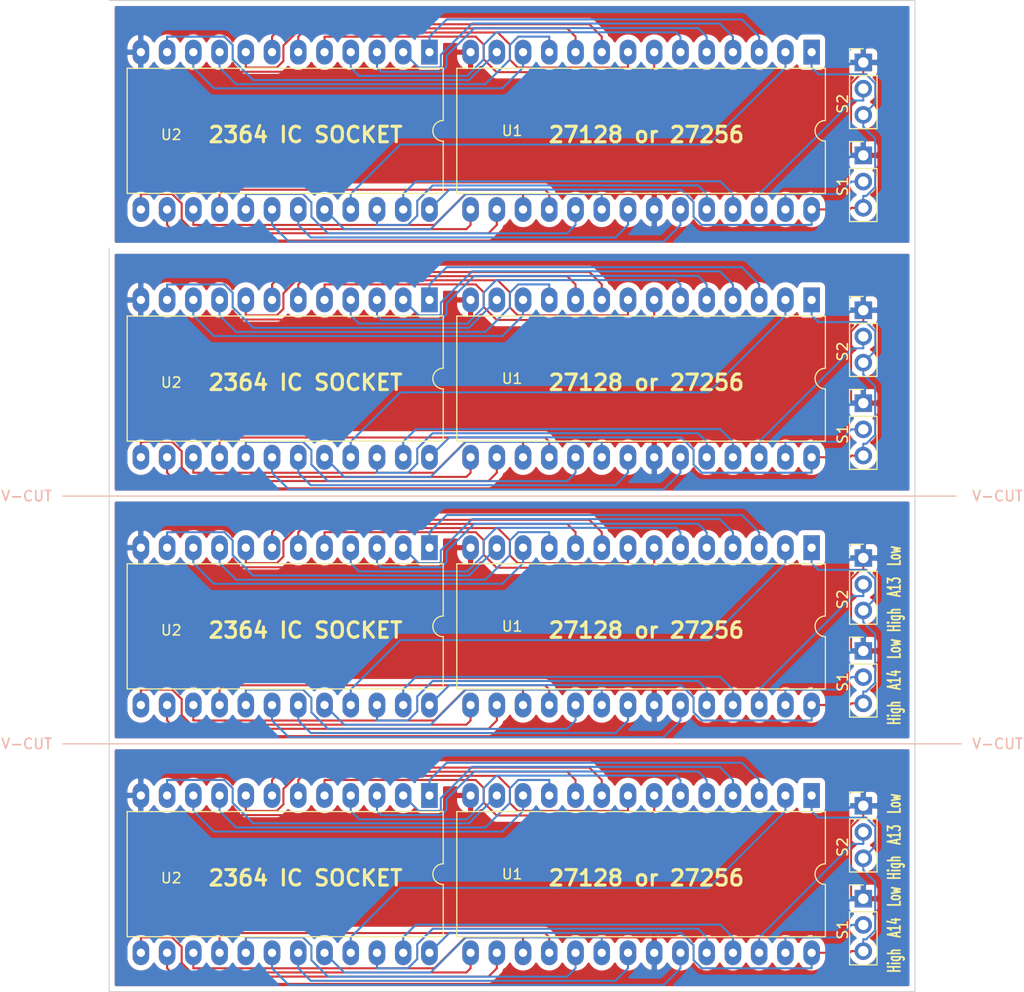
<source format=kicad_pcb>
(kicad_pcb (version 20171130) (host pcbnew "(5.1.9)-1")
  (layers (0 F.Cu signal) (31 B.Cu signal) (34 B.Paste user) (35 F.Paste user) (36 B.SilkS user) (37 F.SilkS user) (38 B.Mask user) (39 F.Mask user) (44 Edge.Cuts user))
  (net 0 "")
  (net 1 +5V)
  (net 2 GND)
  (net 3 "Net-(U1-Pad8)")
  (net 4 "Net-(U1-Pad10)")
  (net 5 "Net-(U1-Pad2)")
  (net 6 "Net-(S1-Pad2)")
  (net 7 "Net-(S2-Pad2)")
  (net 8 "Net-(U1-Pad15)")
  (net 9 "Net-(U1-Pad16)")
  (net 10 "Net-(U1-Pad3)")
  (net 11 "Net-(U1-Pad17)")
  (net 12 "Net-(U1-Pad4)")
  (net 13 "Net-(U1-Pad18)")
  (net 14 "Net-(U1-Pad5)")
  (net 15 "Net-(U1-Pad19)")
  (net 16 "Net-(U1-Pad6)")
  (net 17 "Net-(U1-Pad20)")
  (net 18 "Net-(U1-Pad7)")
  (net 19 "Net-(U1-Pad21)")
  (net 20 "Net-(U1-Pad9)")
  (net 21 "Net-(U1-Pad23)")
  (net 22 "Net-(U1-Pad24)")
  (net 23 "Net-(U1-Pad11)")
  (net 24 "Net-(U1-Pad25)")
  (net 25 "Net-(U1-Pad12)")
  (net 26 "Net-(U1-Pad13)")
  (module Connector_PinHeader_2.54mm:PinHeader_1x03_P2.54mm_Vertical (layer F.Cu) (at 103.01 78.98)
    (fp_text reference S1 (at -2 3 90) (layer F.SilkS))
    (fp_text value SLIDE_SWITCH_3P)
    (pad 3 thru_hole oval (at 0 5.08) (size 1.7 1.7) (drill 1) (layers *.Cu *.Mask) (net 1 +5V))
    (pad 2 thru_hole oval (at 0 2.54) (size 1.7 1.7) (drill 1) (layers *.Cu *.Mask) (net 6 "Net-(S1-Pad2)"))
    (pad 1 thru_hole rect (at 0 0) (size 1.7 1.7) (drill 1) (layers *.Cu *.Mask) (net 2 GND))
  )
  (module Connector_PinHeader_2.54mm:PinHeader_1x03_P2.54mm_Vertical (layer F.Cu) (at 103.01 69.98)
    (fp_text reference S2 (at -2 4 90) (layer F.SilkS))
    (fp_text value SLIDE_SWITCH_3P)
    (pad 1 thru_hole rect (at 0 0) (size 1.7 1.7) (drill 1) (layers *.Cu *.Mask) (net 2 GND))
    (pad 2 thru_hole oval (at 0 2.54) (size 1.7 1.7) (drill 1) (layers *.Cu *.Mask) (net 7 "Net-(S2-Pad2)"))
    (pad 3 thru_hole oval (at 0 5.08) (size 1.7 1.7) (drill 1) (layers *.Cu *.Mask) (net 1 +5V))
  )
  (module Package_DIP:DIP-28_W15.24mm_LongPads (layer F.Cu) (at 98.01 68.98 270)
    (fp_text reference U1 (at 7.62 29) (layer F.SilkS))
    (fp_text value 27256)
    (pad 1 thru_hole rect (at 0 0 270) (size 2.4 1.6) (drill 0.8) (layers *.Cu *.Mask) (net 1 +5V))
    (pad 15 thru_hole oval (at 15.24 33.02 270) (size 2.4 1.6) (drill 0.8) (layers *.Cu *.Mask) (net 8 "Net-(U1-Pad15)"))
    (pad 2 thru_hole oval (at 0 2.54 270) (size 2.4 1.6) (drill 0.8) (layers *.Cu *.Mask) (net 5 "Net-(U1-Pad2)"))
    (pad 16 thru_hole oval (at 15.24 30.48 270) (size 2.4 1.6) (drill 0.8) (layers *.Cu *.Mask) (net 9 "Net-(U1-Pad16)"))
    (pad 3 thru_hole oval (at 0 5.08 270) (size 2.4 1.6) (drill 0.8) (layers *.Cu *.Mask) (net 10 "Net-(U1-Pad3)"))
    (pad 17 thru_hole oval (at 15.24 27.94 270) (size 2.4 1.6) (drill 0.8) (layers *.Cu *.Mask) (net 11 "Net-(U1-Pad17)"))
    (pad 4 thru_hole oval (at 0 7.62 270) (size 2.4 1.6) (drill 0.8) (layers *.Cu *.Mask) (net 12 "Net-(U1-Pad4)"))
    (pad 18 thru_hole oval (at 15.24 25.4 270) (size 2.4 1.6) (drill 0.8) (layers *.Cu *.Mask) (net 13 "Net-(U1-Pad18)"))
    (pad 5 thru_hole oval (at 0 10.16 270) (size 2.4 1.6) (drill 0.8) (layers *.Cu *.Mask) (net 14 "Net-(U1-Pad5)"))
    (pad 19 thru_hole oval (at 15.24 22.86 270) (size 2.4 1.6) (drill 0.8) (layers *.Cu *.Mask) (net 15 "Net-(U1-Pad19)"))
    (pad 6 thru_hole oval (at 0 12.7 270) (size 2.4 1.6) (drill 0.8) (layers *.Cu *.Mask) (net 16 "Net-(U1-Pad6)"))
    (pad 20 thru_hole oval (at 15.24 20.32 270) (size 2.4 1.6) (drill 0.8) (layers *.Cu *.Mask) (net 17 "Net-(U1-Pad20)"))
    (pad 7 thru_hole oval (at 0 15.24 270) (size 2.4 1.6) (drill 0.8) (layers *.Cu *.Mask) (net 18 "Net-(U1-Pad7)"))
    (pad 21 thru_hole oval (at 15.24 17.78 270) (size 2.4 1.6) (drill 0.8) (layers *.Cu *.Mask) (net 19 "Net-(U1-Pad21)"))
    (pad 8 thru_hole oval (at 0 17.78 270) (size 2.4 1.6) (drill 0.8) (layers *.Cu *.Mask) (net 3 "Net-(U1-Pad8)"))
    (pad 22 thru_hole oval (at 15.24 15.24 270) (size 2.4 1.6) (drill 0.8) (layers *.Cu *.Mask) (net 2 GND))
    (pad 9 thru_hole oval (at 0 20.32 270) (size 2.4 1.6) (drill 0.8) (layers *.Cu *.Mask) (net 20 "Net-(U1-Pad9)"))
    (pad 23 thru_hole oval (at 15.24 12.7 270) (size 2.4 1.6) (drill 0.8) (layers *.Cu *.Mask) (net 21 "Net-(U1-Pad23)"))
    (pad 10 thru_hole oval (at 0 22.86 270) (size 2.4 1.6) (drill 0.8) (layers *.Cu *.Mask) (net 4 "Net-(U1-Pad10)"))
    (pad 24 thru_hole oval (at 15.24 10.16 270) (size 2.4 1.6) (drill 0.8) (layers *.Cu *.Mask) (net 22 "Net-(U1-Pad24)"))
    (pad 11 thru_hole oval (at 0 25.4 270) (size 2.4 1.6) (drill 0.8) (layers *.Cu *.Mask) (net 23 "Net-(U1-Pad11)"))
    (pad 25 thru_hole oval (at 15.24 7.62 270) (size 2.4 1.6) (drill 0.8) (layers *.Cu *.Mask) (net 24 "Net-(U1-Pad25)"))
    (pad 12 thru_hole oval (at 0 27.94 270) (size 2.4 1.6) (drill 0.8) (layers *.Cu *.Mask) (net 25 "Net-(U1-Pad12)"))
    (pad 26 thru_hole oval (at 15.24 5.08 270) (size 2.4 1.6) (drill 0.8) (layers *.Cu *.Mask) (net 7 "Net-(S2-Pad2)"))
    (pad 13 thru_hole oval (at 0 30.48 270) (size 2.4 1.6) (drill 0.8) (layers *.Cu *.Mask) (net 26 "Net-(U1-Pad13)"))
    (pad 27 thru_hole oval (at 15.24 2.54 270) (size 2.4 1.6) (drill 0.8) (layers *.Cu *.Mask) (net 6 "Net-(S1-Pad2)"))
    (pad 14 thru_hole oval (at 0 33.02 270) (size 2.4 1.6) (drill 0.8) (layers *.Cu *.Mask) (net 2 GND))
    (pad 28 thru_hole oval (at 15.24 0 270) (size 2.4 1.6) (drill 0.8) (layers *.Cu *.Mask) (net 1 +5V))
  )
  (module Package_DIP:DIP-24_W15.24mm_LongPads (layer F.Cu) (at 61.01 68.98 270)
    (fp_text reference U2 (at 8 25) (layer F.SilkS))
    (fp_text value 2364)
    (pad 1 thru_hole rect (at 0 0 270) (size 2.4 1.6) (drill 0.8) (layers *.Cu *.Mask) (net 10 "Net-(U1-Pad3)"))
    (pad 13 thru_hole oval (at 15.24 27.94 270) (size 2.4 1.6) (drill 0.8) (layers *.Cu *.Mask) (net 8 "Net-(U1-Pad15)"))
    (pad 2 thru_hole oval (at 0 2.54 270) (size 2.4 1.6) (drill 0.8) (layers *.Cu *.Mask) (net 12 "Net-(U1-Pad4)"))
    (pad 14 thru_hole oval (at 15.24 25.4 270) (size 2.4 1.6) (drill 0.8) (layers *.Cu *.Mask) (net 9 "Net-(U1-Pad16)"))
    (pad 3 thru_hole oval (at 0 5.08 270) (size 2.4 1.6) (drill 0.8) (layers *.Cu *.Mask) (net 14 "Net-(U1-Pad5)"))
    (pad 15 thru_hole oval (at 15.24 22.86 270) (size 2.4 1.6) (drill 0.8) (layers *.Cu *.Mask) (net 11 "Net-(U1-Pad17)"))
    (pad 4 thru_hole oval (at 0 7.62 270) (size 2.4 1.6) (drill 0.8) (layers *.Cu *.Mask) (net 16 "Net-(U1-Pad6)"))
    (pad 16 thru_hole oval (at 15.24 20.32 270) (size 2.4 1.6) (drill 0.8) (layers *.Cu *.Mask) (net 13 "Net-(U1-Pad18)"))
    (pad 5 thru_hole oval (at 0 10.16 270) (size 2.4 1.6) (drill 0.8) (layers *.Cu *.Mask) (net 18 "Net-(U1-Pad7)"))
    (pad 17 thru_hole oval (at 15.24 17.78 270) (size 2.4 1.6) (drill 0.8) (layers *.Cu *.Mask) (net 15 "Net-(U1-Pad19)"))
    (pad 6 thru_hole oval (at 0 12.7 270) (size 2.4 1.6) (drill 0.8) (layers *.Cu *.Mask) (net 3 "Net-(U1-Pad8)"))
    (pad 18 thru_hole oval (at 15.24 15.24 270) (size 2.4 1.6) (drill 0.8) (layers *.Cu *.Mask) (net 21 "Net-(U1-Pad23)"))
    (pad 7 thru_hole oval (at 0 15.24 270) (size 2.4 1.6) (drill 0.8) (layers *.Cu *.Mask) (net 20 "Net-(U1-Pad9)"))
    (pad 19 thru_hole oval (at 15.24 12.7 270) (size 2.4 1.6) (drill 0.8) (layers *.Cu *.Mask) (net 19 "Net-(U1-Pad21)"))
    (pad 8 thru_hole oval (at 0 17.78 270) (size 2.4 1.6) (drill 0.8) (layers *.Cu *.Mask) (net 4 "Net-(U1-Pad10)"))
    (pad 20 thru_hole oval (at 15.24 10.16 270) (size 2.4 1.6) (drill 0.8) (layers *.Cu *.Mask) (net 17 "Net-(U1-Pad20)"))
    (pad 9 thru_hole oval (at 0 20.32 270) (size 2.4 1.6) (drill 0.8) (layers *.Cu *.Mask) (net 23 "Net-(U1-Pad11)"))
    (pad 21 thru_hole oval (at 15.24 7.62 270) (size 2.4 1.6) (drill 0.8) (layers *.Cu *.Mask) (net 5 "Net-(U1-Pad2)"))
    (pad 10 thru_hole oval (at 0 22.86 270) (size 2.4 1.6) (drill 0.8) (layers *.Cu *.Mask) (net 25 "Net-(U1-Pad12)"))
    (pad 22 thru_hole oval (at 15.24 5.08 270) (size 2.4 1.6) (drill 0.8) (layers *.Cu *.Mask) (net 22 "Net-(U1-Pad24)"))
    (pad 11 thru_hole oval (at 0 25.4 270) (size 2.4 1.6) (drill 0.8) (layers *.Cu *.Mask) (net 26 "Net-(U1-Pad13)"))
    (pad 23 thru_hole oval (at 15.24 2.54 270) (size 2.4 1.6) (drill 0.8) (layers *.Cu *.Mask) (net 24 "Net-(U1-Pad25)"))
    (pad 12 thru_hole oval (at 0 27.94 270) (size 2.4 1.6) (drill 0.8) (layers *.Cu *.Mask) (net 2 GND))
    (pad 24 thru_hole oval (at 15.24 0 270) (size 2.4 1.6) (drill 0.8) (layers *.Cu *.Mask) (net 1 +5V))
  )
  (module Package_DIP:DIP-24_W15.24mm_LongPads (layer F.Cu) (at 61.01 92.98 270)
    (fp_text reference U2 (at 8 25) (layer F.SilkS))
    (fp_text value 2364)
    (pad 24 thru_hole oval (at 15.24 0 270) (size 2.4 1.6) (drill 0.8) (layers *.Cu *.Mask) (net 1 +5V))
    (pad 12 thru_hole oval (at 0 27.94 270) (size 2.4 1.6) (drill 0.8) (layers *.Cu *.Mask) (net 2 GND))
    (pad 23 thru_hole oval (at 15.24 2.54 270) (size 2.4 1.6) (drill 0.8) (layers *.Cu *.Mask) (net 24 "Net-(U1-Pad25)"))
    (pad 11 thru_hole oval (at 0 25.4 270) (size 2.4 1.6) (drill 0.8) (layers *.Cu *.Mask) (net 26 "Net-(U1-Pad13)"))
    (pad 22 thru_hole oval (at 15.24 5.08 270) (size 2.4 1.6) (drill 0.8) (layers *.Cu *.Mask) (net 22 "Net-(U1-Pad24)"))
    (pad 10 thru_hole oval (at 0 22.86 270) (size 2.4 1.6) (drill 0.8) (layers *.Cu *.Mask) (net 25 "Net-(U1-Pad12)"))
    (pad 21 thru_hole oval (at 15.24 7.62 270) (size 2.4 1.6) (drill 0.8) (layers *.Cu *.Mask) (net 5 "Net-(U1-Pad2)"))
    (pad 9 thru_hole oval (at 0 20.32 270) (size 2.4 1.6) (drill 0.8) (layers *.Cu *.Mask) (net 23 "Net-(U1-Pad11)"))
    (pad 20 thru_hole oval (at 15.24 10.16 270) (size 2.4 1.6) (drill 0.8) (layers *.Cu *.Mask) (net 17 "Net-(U1-Pad20)"))
    (pad 8 thru_hole oval (at 0 17.78 270) (size 2.4 1.6) (drill 0.8) (layers *.Cu *.Mask) (net 4 "Net-(U1-Pad10)"))
    (pad 19 thru_hole oval (at 15.24 12.7 270) (size 2.4 1.6) (drill 0.8) (layers *.Cu *.Mask) (net 19 "Net-(U1-Pad21)"))
    (pad 7 thru_hole oval (at 0 15.24 270) (size 2.4 1.6) (drill 0.8) (layers *.Cu *.Mask) (net 20 "Net-(U1-Pad9)"))
    (pad 18 thru_hole oval (at 15.24 15.24 270) (size 2.4 1.6) (drill 0.8) (layers *.Cu *.Mask) (net 21 "Net-(U1-Pad23)"))
    (pad 6 thru_hole oval (at 0 12.7 270) (size 2.4 1.6) (drill 0.8) (layers *.Cu *.Mask) (net 3 "Net-(U1-Pad8)"))
    (pad 17 thru_hole oval (at 15.24 17.78 270) (size 2.4 1.6) (drill 0.8) (layers *.Cu *.Mask) (net 15 "Net-(U1-Pad19)"))
    (pad 5 thru_hole oval (at 0 10.16 270) (size 2.4 1.6) (drill 0.8) (layers *.Cu *.Mask) (net 18 "Net-(U1-Pad7)"))
    (pad 16 thru_hole oval (at 15.24 20.32 270) (size 2.4 1.6) (drill 0.8) (layers *.Cu *.Mask) (net 13 "Net-(U1-Pad18)"))
    (pad 4 thru_hole oval (at 0 7.62 270) (size 2.4 1.6) (drill 0.8) (layers *.Cu *.Mask) (net 16 "Net-(U1-Pad6)"))
    (pad 15 thru_hole oval (at 15.24 22.86 270) (size 2.4 1.6) (drill 0.8) (layers *.Cu *.Mask) (net 11 "Net-(U1-Pad17)"))
    (pad 3 thru_hole oval (at 0 5.08 270) (size 2.4 1.6) (drill 0.8) (layers *.Cu *.Mask) (net 14 "Net-(U1-Pad5)"))
    (pad 14 thru_hole oval (at 15.24 25.4 270) (size 2.4 1.6) (drill 0.8) (layers *.Cu *.Mask) (net 9 "Net-(U1-Pad16)"))
    (pad 2 thru_hole oval (at 0 2.54 270) (size 2.4 1.6) (drill 0.8) (layers *.Cu *.Mask) (net 12 "Net-(U1-Pad4)"))
    (pad 13 thru_hole oval (at 15.24 27.94 270) (size 2.4 1.6) (drill 0.8) (layers *.Cu *.Mask) (net 8 "Net-(U1-Pad15)"))
    (pad 1 thru_hole rect (at 0 0 270) (size 2.4 1.6) (drill 0.8) (layers *.Cu *.Mask) (net 10 "Net-(U1-Pad3)"))
  )
  (module Package_DIP:DIP-28_W15.24mm_LongPads (layer F.Cu) (at 98.01 92.98 270)
    (fp_text reference U1 (at 7.62 29) (layer F.SilkS))
    (fp_text value 27256)
    (pad 28 thru_hole oval (at 15.24 0 270) (size 2.4 1.6) (drill 0.8) (layers *.Cu *.Mask) (net 1 +5V))
    (pad 14 thru_hole oval (at 0 33.02 270) (size 2.4 1.6) (drill 0.8) (layers *.Cu *.Mask) (net 2 GND))
    (pad 27 thru_hole oval (at 15.24 2.54 270) (size 2.4 1.6) (drill 0.8) (layers *.Cu *.Mask) (net 6 "Net-(S1-Pad2)"))
    (pad 13 thru_hole oval (at 0 30.48 270) (size 2.4 1.6) (drill 0.8) (layers *.Cu *.Mask) (net 26 "Net-(U1-Pad13)"))
    (pad 26 thru_hole oval (at 15.24 5.08 270) (size 2.4 1.6) (drill 0.8) (layers *.Cu *.Mask) (net 7 "Net-(S2-Pad2)"))
    (pad 12 thru_hole oval (at 0 27.94 270) (size 2.4 1.6) (drill 0.8) (layers *.Cu *.Mask) (net 25 "Net-(U1-Pad12)"))
    (pad 25 thru_hole oval (at 15.24 7.62 270) (size 2.4 1.6) (drill 0.8) (layers *.Cu *.Mask) (net 24 "Net-(U1-Pad25)"))
    (pad 11 thru_hole oval (at 0 25.4 270) (size 2.4 1.6) (drill 0.8) (layers *.Cu *.Mask) (net 23 "Net-(U1-Pad11)"))
    (pad 24 thru_hole oval (at 15.24 10.16 270) (size 2.4 1.6) (drill 0.8) (layers *.Cu *.Mask) (net 22 "Net-(U1-Pad24)"))
    (pad 10 thru_hole oval (at 0 22.86 270) (size 2.4 1.6) (drill 0.8) (layers *.Cu *.Mask) (net 4 "Net-(U1-Pad10)"))
    (pad 23 thru_hole oval (at 15.24 12.7 270) (size 2.4 1.6) (drill 0.8) (layers *.Cu *.Mask) (net 21 "Net-(U1-Pad23)"))
    (pad 9 thru_hole oval (at 0 20.32 270) (size 2.4 1.6) (drill 0.8) (layers *.Cu *.Mask) (net 20 "Net-(U1-Pad9)"))
    (pad 22 thru_hole oval (at 15.24 15.24 270) (size 2.4 1.6) (drill 0.8) (layers *.Cu *.Mask) (net 2 GND))
    (pad 8 thru_hole oval (at 0 17.78 270) (size 2.4 1.6) (drill 0.8) (layers *.Cu *.Mask) (net 3 "Net-(U1-Pad8)"))
    (pad 21 thru_hole oval (at 15.24 17.78 270) (size 2.4 1.6) (drill 0.8) (layers *.Cu *.Mask) (net 19 "Net-(U1-Pad21)"))
    (pad 7 thru_hole oval (at 0 15.24 270) (size 2.4 1.6) (drill 0.8) (layers *.Cu *.Mask) (net 18 "Net-(U1-Pad7)"))
    (pad 20 thru_hole oval (at 15.24 20.32 270) (size 2.4 1.6) (drill 0.8) (layers *.Cu *.Mask) (net 17 "Net-(U1-Pad20)"))
    (pad 6 thru_hole oval (at 0 12.7 270) (size 2.4 1.6) (drill 0.8) (layers *.Cu *.Mask) (net 16 "Net-(U1-Pad6)"))
    (pad 19 thru_hole oval (at 15.24 22.86 270) (size 2.4 1.6) (drill 0.8) (layers *.Cu *.Mask) (net 15 "Net-(U1-Pad19)"))
    (pad 5 thru_hole oval (at 0 10.16 270) (size 2.4 1.6) (drill 0.8) (layers *.Cu *.Mask) (net 14 "Net-(U1-Pad5)"))
    (pad 18 thru_hole oval (at 15.24 25.4 270) (size 2.4 1.6) (drill 0.8) (layers *.Cu *.Mask) (net 13 "Net-(U1-Pad18)"))
    (pad 4 thru_hole oval (at 0 7.62 270) (size 2.4 1.6) (drill 0.8) (layers *.Cu *.Mask) (net 12 "Net-(U1-Pad4)"))
    (pad 17 thru_hole oval (at 15.24 27.94 270) (size 2.4 1.6) (drill 0.8) (layers *.Cu *.Mask) (net 11 "Net-(U1-Pad17)"))
    (pad 3 thru_hole oval (at 0 5.08 270) (size 2.4 1.6) (drill 0.8) (layers *.Cu *.Mask) (net 10 "Net-(U1-Pad3)"))
    (pad 16 thru_hole oval (at 15.24 30.48 270) (size 2.4 1.6) (drill 0.8) (layers *.Cu *.Mask) (net 9 "Net-(U1-Pad16)"))
    (pad 2 thru_hole oval (at 0 2.54 270) (size 2.4 1.6) (drill 0.8) (layers *.Cu *.Mask) (net 5 "Net-(U1-Pad2)"))
    (pad 15 thru_hole oval (at 15.24 33.02 270) (size 2.4 1.6) (drill 0.8) (layers *.Cu *.Mask) (net 8 "Net-(U1-Pad15)"))
    (pad 1 thru_hole rect (at 0 0 270) (size 2.4 1.6) (drill 0.8) (layers *.Cu *.Mask) (net 1 +5V))
  )
  (module Connector_PinHeader_2.54mm:PinHeader_1x03_P2.54mm_Vertical (layer F.Cu) (at 103.01 93.98)
    (fp_text reference S2 (at -2 4 90) (layer F.SilkS))
    (fp_text value SLIDE_SWITCH_3P)
    (pad 3 thru_hole oval (at 0 5.08) (size 1.7 1.7) (drill 1) (layers *.Cu *.Mask) (net 1 +5V))
    (pad 2 thru_hole oval (at 0 2.54) (size 1.7 1.7) (drill 1) (layers *.Cu *.Mask) (net 7 "Net-(S2-Pad2)"))
    (pad 1 thru_hole rect (at 0 0) (size 1.7 1.7) (drill 1) (layers *.Cu *.Mask) (net 2 GND))
  )
  (module Connector_PinHeader_2.54mm:PinHeader_1x03_P2.54mm_Vertical (layer F.Cu) (at 103.01 102.98)
    (fp_text reference S1 (at -2 3 90) (layer F.SilkS))
    (fp_text value SLIDE_SWITCH_3P)
    (pad 1 thru_hole rect (at 0 0) (size 1.7 1.7) (drill 1) (layers *.Cu *.Mask) (net 2 GND))
    (pad 2 thru_hole oval (at 0 2.54) (size 1.7 1.7) (drill 1) (layers *.Cu *.Mask) (net 6 "Net-(S1-Pad2)"))
    (pad 3 thru_hole oval (at 0 5.08) (size 1.7 1.7) (drill 1) (layers *.Cu *.Mask) (net 1 +5V))
  )
  (module Package_DIP:DIP-24_W15.24mm_LongPads (layer F.Cu) (at 61.01 116.98 270)
    (fp_text reference U2 (at 8 25) (layer F.SilkS))
    (fp_text value 2364)
    (pad 24 thru_hole oval (at 15.24 0 270) (size 2.4 1.6) (drill 0.8) (layers *.Cu *.Mask) (net 1 +5V))
    (pad 12 thru_hole oval (at 0 27.94 270) (size 2.4 1.6) (drill 0.8) (layers *.Cu *.Mask) (net 2 GND))
    (pad 23 thru_hole oval (at 15.24 2.54 270) (size 2.4 1.6) (drill 0.8) (layers *.Cu *.Mask) (net 24 "Net-(U1-Pad25)"))
    (pad 11 thru_hole oval (at 0 25.4 270) (size 2.4 1.6) (drill 0.8) (layers *.Cu *.Mask) (net 26 "Net-(U1-Pad13)"))
    (pad 22 thru_hole oval (at 15.24 5.08 270) (size 2.4 1.6) (drill 0.8) (layers *.Cu *.Mask) (net 22 "Net-(U1-Pad24)"))
    (pad 10 thru_hole oval (at 0 22.86 270) (size 2.4 1.6) (drill 0.8) (layers *.Cu *.Mask) (net 25 "Net-(U1-Pad12)"))
    (pad 21 thru_hole oval (at 15.24 7.62 270) (size 2.4 1.6) (drill 0.8) (layers *.Cu *.Mask) (net 5 "Net-(U1-Pad2)"))
    (pad 9 thru_hole oval (at 0 20.32 270) (size 2.4 1.6) (drill 0.8) (layers *.Cu *.Mask) (net 23 "Net-(U1-Pad11)"))
    (pad 20 thru_hole oval (at 15.24 10.16 270) (size 2.4 1.6) (drill 0.8) (layers *.Cu *.Mask) (net 17 "Net-(U1-Pad20)"))
    (pad 8 thru_hole oval (at 0 17.78 270) (size 2.4 1.6) (drill 0.8) (layers *.Cu *.Mask) (net 4 "Net-(U1-Pad10)"))
    (pad 19 thru_hole oval (at 15.24 12.7 270) (size 2.4 1.6) (drill 0.8) (layers *.Cu *.Mask) (net 19 "Net-(U1-Pad21)"))
    (pad 7 thru_hole oval (at 0 15.24 270) (size 2.4 1.6) (drill 0.8) (layers *.Cu *.Mask) (net 20 "Net-(U1-Pad9)"))
    (pad 18 thru_hole oval (at 15.24 15.24 270) (size 2.4 1.6) (drill 0.8) (layers *.Cu *.Mask) (net 21 "Net-(U1-Pad23)"))
    (pad 6 thru_hole oval (at 0 12.7 270) (size 2.4 1.6) (drill 0.8) (layers *.Cu *.Mask) (net 3 "Net-(U1-Pad8)"))
    (pad 17 thru_hole oval (at 15.24 17.78 270) (size 2.4 1.6) (drill 0.8) (layers *.Cu *.Mask) (net 15 "Net-(U1-Pad19)"))
    (pad 5 thru_hole oval (at 0 10.16 270) (size 2.4 1.6) (drill 0.8) (layers *.Cu *.Mask) (net 18 "Net-(U1-Pad7)"))
    (pad 16 thru_hole oval (at 15.24 20.32 270) (size 2.4 1.6) (drill 0.8) (layers *.Cu *.Mask) (net 13 "Net-(U1-Pad18)"))
    (pad 4 thru_hole oval (at 0 7.62 270) (size 2.4 1.6) (drill 0.8) (layers *.Cu *.Mask) (net 16 "Net-(U1-Pad6)"))
    (pad 15 thru_hole oval (at 15.24 22.86 270) (size 2.4 1.6) (drill 0.8) (layers *.Cu *.Mask) (net 11 "Net-(U1-Pad17)"))
    (pad 3 thru_hole oval (at 0 5.08 270) (size 2.4 1.6) (drill 0.8) (layers *.Cu *.Mask) (net 14 "Net-(U1-Pad5)"))
    (pad 14 thru_hole oval (at 15.24 25.4 270) (size 2.4 1.6) (drill 0.8) (layers *.Cu *.Mask) (net 9 "Net-(U1-Pad16)"))
    (pad 2 thru_hole oval (at 0 2.54 270) (size 2.4 1.6) (drill 0.8) (layers *.Cu *.Mask) (net 12 "Net-(U1-Pad4)"))
    (pad 13 thru_hole oval (at 15.24 27.94 270) (size 2.4 1.6) (drill 0.8) (layers *.Cu *.Mask) (net 8 "Net-(U1-Pad15)"))
    (pad 1 thru_hole rect (at 0 0 270) (size 2.4 1.6) (drill 0.8) (layers *.Cu *.Mask) (net 10 "Net-(U1-Pad3)"))
  )
  (module Package_DIP:DIP-28_W15.24mm_LongPads (layer F.Cu) (at 98.01 116.98 270)
    (fp_text reference U1 (at 7.62 29) (layer F.SilkS))
    (fp_text value 27256)
    (pad 28 thru_hole oval (at 15.24 0 270) (size 2.4 1.6) (drill 0.8) (layers *.Cu *.Mask) (net 1 +5V))
    (pad 14 thru_hole oval (at 0 33.02 270) (size 2.4 1.6) (drill 0.8) (layers *.Cu *.Mask) (net 2 GND))
    (pad 27 thru_hole oval (at 15.24 2.54 270) (size 2.4 1.6) (drill 0.8) (layers *.Cu *.Mask) (net 6 "Net-(S1-Pad2)"))
    (pad 13 thru_hole oval (at 0 30.48 270) (size 2.4 1.6) (drill 0.8) (layers *.Cu *.Mask) (net 26 "Net-(U1-Pad13)"))
    (pad 26 thru_hole oval (at 15.24 5.08 270) (size 2.4 1.6) (drill 0.8) (layers *.Cu *.Mask) (net 7 "Net-(S2-Pad2)"))
    (pad 12 thru_hole oval (at 0 27.94 270) (size 2.4 1.6) (drill 0.8) (layers *.Cu *.Mask) (net 25 "Net-(U1-Pad12)"))
    (pad 25 thru_hole oval (at 15.24 7.62 270) (size 2.4 1.6) (drill 0.8) (layers *.Cu *.Mask) (net 24 "Net-(U1-Pad25)"))
    (pad 11 thru_hole oval (at 0 25.4 270) (size 2.4 1.6) (drill 0.8) (layers *.Cu *.Mask) (net 23 "Net-(U1-Pad11)"))
    (pad 24 thru_hole oval (at 15.24 10.16 270) (size 2.4 1.6) (drill 0.8) (layers *.Cu *.Mask) (net 22 "Net-(U1-Pad24)"))
    (pad 10 thru_hole oval (at 0 22.86 270) (size 2.4 1.6) (drill 0.8) (layers *.Cu *.Mask) (net 4 "Net-(U1-Pad10)"))
    (pad 23 thru_hole oval (at 15.24 12.7 270) (size 2.4 1.6) (drill 0.8) (layers *.Cu *.Mask) (net 21 "Net-(U1-Pad23)"))
    (pad 9 thru_hole oval (at 0 20.32 270) (size 2.4 1.6) (drill 0.8) (layers *.Cu *.Mask) (net 20 "Net-(U1-Pad9)"))
    (pad 22 thru_hole oval (at 15.24 15.24 270) (size 2.4 1.6) (drill 0.8) (layers *.Cu *.Mask) (net 2 GND))
    (pad 8 thru_hole oval (at 0 17.78 270) (size 2.4 1.6) (drill 0.8) (layers *.Cu *.Mask) (net 3 "Net-(U1-Pad8)"))
    (pad 21 thru_hole oval (at 15.24 17.78 270) (size 2.4 1.6) (drill 0.8) (layers *.Cu *.Mask) (net 19 "Net-(U1-Pad21)"))
    (pad 7 thru_hole oval (at 0 15.24 270) (size 2.4 1.6) (drill 0.8) (layers *.Cu *.Mask) (net 18 "Net-(U1-Pad7)"))
    (pad 20 thru_hole oval (at 15.24 20.32 270) (size 2.4 1.6) (drill 0.8) (layers *.Cu *.Mask) (net 17 "Net-(U1-Pad20)"))
    (pad 6 thru_hole oval (at 0 12.7 270) (size 2.4 1.6) (drill 0.8) (layers *.Cu *.Mask) (net 16 "Net-(U1-Pad6)"))
    (pad 19 thru_hole oval (at 15.24 22.86 270) (size 2.4 1.6) (drill 0.8) (layers *.Cu *.Mask) (net 15 "Net-(U1-Pad19)"))
    (pad 5 thru_hole oval (at 0 10.16 270) (size 2.4 1.6) (drill 0.8) (layers *.Cu *.Mask) (net 14 "Net-(U1-Pad5)"))
    (pad 18 thru_hole oval (at 15.24 25.4 270) (size 2.4 1.6) (drill 0.8) (layers *.Cu *.Mask) (net 13 "Net-(U1-Pad18)"))
    (pad 4 thru_hole oval (at 0 7.62 270) (size 2.4 1.6) (drill 0.8) (layers *.Cu *.Mask) (net 12 "Net-(U1-Pad4)"))
    (pad 17 thru_hole oval (at 15.24 27.94 270) (size 2.4 1.6) (drill 0.8) (layers *.Cu *.Mask) (net 11 "Net-(U1-Pad17)"))
    (pad 3 thru_hole oval (at 0 5.08 270) (size 2.4 1.6) (drill 0.8) (layers *.Cu *.Mask) (net 10 "Net-(U1-Pad3)"))
    (pad 16 thru_hole oval (at 15.24 30.48 270) (size 2.4 1.6) (drill 0.8) (layers *.Cu *.Mask) (net 9 "Net-(U1-Pad16)"))
    (pad 2 thru_hole oval (at 0 2.54 270) (size 2.4 1.6) (drill 0.8) (layers *.Cu *.Mask) (net 5 "Net-(U1-Pad2)"))
    (pad 15 thru_hole oval (at 15.24 33.02 270) (size 2.4 1.6) (drill 0.8) (layers *.Cu *.Mask) (net 8 "Net-(U1-Pad15)"))
    (pad 1 thru_hole rect (at 0 0 270) (size 2.4 1.6) (drill 0.8) (layers *.Cu *.Mask) (net 1 +5V))
  )
  (module Connector_PinHeader_2.54mm:PinHeader_1x03_P2.54mm_Vertical (layer F.Cu) (at 103.01 117.98)
    (fp_text reference S2 (at -2 4 90) (layer F.SilkS))
    (fp_text value SLIDE_SWITCH_3P)
    (pad 3 thru_hole oval (at 0 5.08) (size 1.7 1.7) (drill 1) (layers *.Cu *.Mask) (net 1 +5V))
    (pad 2 thru_hole oval (at 0 2.54) (size 1.7 1.7) (drill 1) (layers *.Cu *.Mask) (net 7 "Net-(S2-Pad2)"))
    (pad 1 thru_hole rect (at 0 0) (size 1.7 1.7) (drill 1) (layers *.Cu *.Mask) (net 2 GND))
  )
  (module Connector_PinHeader_2.54mm:PinHeader_1x03_P2.54mm_Vertical (layer F.Cu) (at 103.01 126.98)
    (fp_text reference S1 (at -2 3 90) (layer F.SilkS))
    (fp_text value SLIDE_SWITCH_3P)
    (pad 1 thru_hole rect (at 0 0) (size 1.7 1.7) (drill 1) (layers *.Cu *.Mask) (net 2 GND))
    (pad 2 thru_hole oval (at 0 2.54) (size 1.7 1.7) (drill 1) (layers *.Cu *.Mask) (net 6 "Net-(S1-Pad2)"))
    (pad 3 thru_hole oval (at 0 5.08) (size 1.7 1.7) (drill 1) (layers *.Cu *.Mask) (net 1 +5V))
  )
  (module Connector_PinHeader_2.54mm:PinHeader_1x03_P2.54mm_Vertical (layer F.Cu) (at 103.01 150.98)
    (fp_text reference S1 (at -2 3 90) (layer F.SilkS))
    (fp_text value SLIDE_SWITCH_3P)
    (pad 3 thru_hole oval (at 0 5.08) (size 1.7 1.7) (drill 1) (layers *.Cu *.Mask) (net 1 +5V))
    (pad 2 thru_hole oval (at 0 2.54) (size 1.7 1.7) (drill 1) (layers *.Cu *.Mask) (net 6 "Net-(S1-Pad2)"))
    (pad 1 thru_hole rect (at 0 0) (size 1.7 1.7) (drill 1) (layers *.Cu *.Mask) (net 2 GND))
  )
  (module Connector_PinHeader_2.54mm:PinHeader_1x03_P2.54mm_Vertical (layer F.Cu) (at 103.01 141.98)
    (fp_text reference S2 (at -2 4 90) (layer F.SilkS))
    (fp_text value SLIDE_SWITCH_3P)
    (pad 1 thru_hole rect (at 0 0) (size 1.7 1.7) (drill 1) (layers *.Cu *.Mask) (net 2 GND))
    (pad 2 thru_hole oval (at 0 2.54) (size 1.7 1.7) (drill 1) (layers *.Cu *.Mask) (net 7 "Net-(S2-Pad2)"))
    (pad 3 thru_hole oval (at 0 5.08) (size 1.7 1.7) (drill 1) (layers *.Cu *.Mask) (net 1 +5V))
  )
  (module Package_DIP:DIP-28_W15.24mm_LongPads (layer F.Cu) (at 98.01 140.98 270)
    (fp_text reference U1 (at 7.62 29) (layer F.SilkS))
    (fp_text value 27256)
    (pad 1 thru_hole rect (at 0 0 270) (size 2.4 1.6) (drill 0.8) (layers *.Cu *.Mask) (net 1 +5V))
    (pad 15 thru_hole oval (at 15.24 33.02 270) (size 2.4 1.6) (drill 0.8) (layers *.Cu *.Mask) (net 8 "Net-(U1-Pad15)"))
    (pad 2 thru_hole oval (at 0 2.54 270) (size 2.4 1.6) (drill 0.8) (layers *.Cu *.Mask) (net 5 "Net-(U1-Pad2)"))
    (pad 16 thru_hole oval (at 15.24 30.48 270) (size 2.4 1.6) (drill 0.8) (layers *.Cu *.Mask) (net 9 "Net-(U1-Pad16)"))
    (pad 3 thru_hole oval (at 0 5.08 270) (size 2.4 1.6) (drill 0.8) (layers *.Cu *.Mask) (net 10 "Net-(U1-Pad3)"))
    (pad 17 thru_hole oval (at 15.24 27.94 270) (size 2.4 1.6) (drill 0.8) (layers *.Cu *.Mask) (net 11 "Net-(U1-Pad17)"))
    (pad 4 thru_hole oval (at 0 7.62 270) (size 2.4 1.6) (drill 0.8) (layers *.Cu *.Mask) (net 12 "Net-(U1-Pad4)"))
    (pad 18 thru_hole oval (at 15.24 25.4 270) (size 2.4 1.6) (drill 0.8) (layers *.Cu *.Mask) (net 13 "Net-(U1-Pad18)"))
    (pad 5 thru_hole oval (at 0 10.16 270) (size 2.4 1.6) (drill 0.8) (layers *.Cu *.Mask) (net 14 "Net-(U1-Pad5)"))
    (pad 19 thru_hole oval (at 15.24 22.86 270) (size 2.4 1.6) (drill 0.8) (layers *.Cu *.Mask) (net 15 "Net-(U1-Pad19)"))
    (pad 6 thru_hole oval (at 0 12.7 270) (size 2.4 1.6) (drill 0.8) (layers *.Cu *.Mask) (net 16 "Net-(U1-Pad6)"))
    (pad 20 thru_hole oval (at 15.24 20.32 270) (size 2.4 1.6) (drill 0.8) (layers *.Cu *.Mask) (net 17 "Net-(U1-Pad20)"))
    (pad 7 thru_hole oval (at 0 15.24 270) (size 2.4 1.6) (drill 0.8) (layers *.Cu *.Mask) (net 18 "Net-(U1-Pad7)"))
    (pad 21 thru_hole oval (at 15.24 17.78 270) (size 2.4 1.6) (drill 0.8) (layers *.Cu *.Mask) (net 19 "Net-(U1-Pad21)"))
    (pad 8 thru_hole oval (at 0 17.78 270) (size 2.4 1.6) (drill 0.8) (layers *.Cu *.Mask) (net 3 "Net-(U1-Pad8)"))
    (pad 22 thru_hole oval (at 15.24 15.24 270) (size 2.4 1.6) (drill 0.8) (layers *.Cu *.Mask) (net 2 GND))
    (pad 9 thru_hole oval (at 0 20.32 270) (size 2.4 1.6) (drill 0.8) (layers *.Cu *.Mask) (net 20 "Net-(U1-Pad9)"))
    (pad 23 thru_hole oval (at 15.24 12.7 270) (size 2.4 1.6) (drill 0.8) (layers *.Cu *.Mask) (net 21 "Net-(U1-Pad23)"))
    (pad 10 thru_hole oval (at 0 22.86 270) (size 2.4 1.6) (drill 0.8) (layers *.Cu *.Mask) (net 4 "Net-(U1-Pad10)"))
    (pad 24 thru_hole oval (at 15.24 10.16 270) (size 2.4 1.6) (drill 0.8) (layers *.Cu *.Mask) (net 22 "Net-(U1-Pad24)"))
    (pad 11 thru_hole oval (at 0 25.4 270) (size 2.4 1.6) (drill 0.8) (layers *.Cu *.Mask) (net 23 "Net-(U1-Pad11)"))
    (pad 25 thru_hole oval (at 15.24 7.62 270) (size 2.4 1.6) (drill 0.8) (layers *.Cu *.Mask) (net 24 "Net-(U1-Pad25)"))
    (pad 12 thru_hole oval (at 0 27.94 270) (size 2.4 1.6) (drill 0.8) (layers *.Cu *.Mask) (net 25 "Net-(U1-Pad12)"))
    (pad 26 thru_hole oval (at 15.24 5.08 270) (size 2.4 1.6) (drill 0.8) (layers *.Cu *.Mask) (net 7 "Net-(S2-Pad2)"))
    (pad 13 thru_hole oval (at 0 30.48 270) (size 2.4 1.6) (drill 0.8) (layers *.Cu *.Mask) (net 26 "Net-(U1-Pad13)"))
    (pad 27 thru_hole oval (at 15.24 2.54 270) (size 2.4 1.6) (drill 0.8) (layers *.Cu *.Mask) (net 6 "Net-(S1-Pad2)"))
    (pad 14 thru_hole oval (at 0 33.02 270) (size 2.4 1.6) (drill 0.8) (layers *.Cu *.Mask) (net 2 GND))
    (pad 28 thru_hole oval (at 15.24 0 270) (size 2.4 1.6) (drill 0.8) (layers *.Cu *.Mask) (net 1 +5V))
  )
  (module Package_DIP:DIP-24_W15.24mm_LongPads (layer F.Cu) (at 61.01 140.98 270)
    (fp_text reference U2 (at 8 25) (layer F.SilkS))
    (fp_text value 2364)
    (pad 1 thru_hole rect (at 0 0 270) (size 2.4 1.6) (drill 0.8) (layers *.Cu *.Mask) (net 10 "Net-(U1-Pad3)"))
    (pad 13 thru_hole oval (at 15.24 27.94 270) (size 2.4 1.6) (drill 0.8) (layers *.Cu *.Mask) (net 8 "Net-(U1-Pad15)"))
    (pad 2 thru_hole oval (at 0 2.54 270) (size 2.4 1.6) (drill 0.8) (layers *.Cu *.Mask) (net 12 "Net-(U1-Pad4)"))
    (pad 14 thru_hole oval (at 15.24 25.4 270) (size 2.4 1.6) (drill 0.8) (layers *.Cu *.Mask) (net 9 "Net-(U1-Pad16)"))
    (pad 3 thru_hole oval (at 0 5.08 270) (size 2.4 1.6) (drill 0.8) (layers *.Cu *.Mask) (net 14 "Net-(U1-Pad5)"))
    (pad 15 thru_hole oval (at 15.24 22.86 270) (size 2.4 1.6) (drill 0.8) (layers *.Cu *.Mask) (net 11 "Net-(U1-Pad17)"))
    (pad 4 thru_hole oval (at 0 7.62 270) (size 2.4 1.6) (drill 0.8) (layers *.Cu *.Mask) (net 16 "Net-(U1-Pad6)"))
    (pad 16 thru_hole oval (at 15.24 20.32 270) (size 2.4 1.6) (drill 0.8) (layers *.Cu *.Mask) (net 13 "Net-(U1-Pad18)"))
    (pad 5 thru_hole oval (at 0 10.16 270) (size 2.4 1.6) (drill 0.8) (layers *.Cu *.Mask) (net 18 "Net-(U1-Pad7)"))
    (pad 17 thru_hole oval (at 15.24 17.78 270) (size 2.4 1.6) (drill 0.8) (layers *.Cu *.Mask) (net 15 "Net-(U1-Pad19)"))
    (pad 6 thru_hole oval (at 0 12.7 270) (size 2.4 1.6) (drill 0.8) (layers *.Cu *.Mask) (net 3 "Net-(U1-Pad8)"))
    (pad 18 thru_hole oval (at 15.24 15.24 270) (size 2.4 1.6) (drill 0.8) (layers *.Cu *.Mask) (net 21 "Net-(U1-Pad23)"))
    (pad 7 thru_hole oval (at 0 15.24 270) (size 2.4 1.6) (drill 0.8) (layers *.Cu *.Mask) (net 20 "Net-(U1-Pad9)"))
    (pad 19 thru_hole oval (at 15.24 12.7 270) (size 2.4 1.6) (drill 0.8) (layers *.Cu *.Mask) (net 19 "Net-(U1-Pad21)"))
    (pad 8 thru_hole oval (at 0 17.78 270) (size 2.4 1.6) (drill 0.8) (layers *.Cu *.Mask) (net 4 "Net-(U1-Pad10)"))
    (pad 20 thru_hole oval (at 15.24 10.16 270) (size 2.4 1.6) (drill 0.8) (layers *.Cu *.Mask) (net 17 "Net-(U1-Pad20)"))
    (pad 9 thru_hole oval (at 0 20.32 270) (size 2.4 1.6) (drill 0.8) (layers *.Cu *.Mask) (net 23 "Net-(U1-Pad11)"))
    (pad 21 thru_hole oval (at 15.24 7.62 270) (size 2.4 1.6) (drill 0.8) (layers *.Cu *.Mask) (net 5 "Net-(U1-Pad2)"))
    (pad 10 thru_hole oval (at 0 22.86 270) (size 2.4 1.6) (drill 0.8) (layers *.Cu *.Mask) (net 25 "Net-(U1-Pad12)"))
    (pad 22 thru_hole oval (at 15.24 5.08 270) (size 2.4 1.6) (drill 0.8) (layers *.Cu *.Mask) (net 22 "Net-(U1-Pad24)"))
    (pad 11 thru_hole oval (at 0 25.4 270) (size 2.4 1.6) (drill 0.8) (layers *.Cu *.Mask) (net 26 "Net-(U1-Pad13)"))
    (pad 23 thru_hole oval (at 15.24 2.54 270) (size 2.4 1.6) (drill 0.8) (layers *.Cu *.Mask) (net 24 "Net-(U1-Pad25)"))
    (pad 12 thru_hole oval (at 0 27.94 270) (size 2.4 1.6) (drill 0.8) (layers *.Cu *.Mask) (net 2 GND))
    (pad 24 thru_hole oval (at 15.24 0 270) (size 2.4 1.6) (drill 0.8) (layers *.Cu *.Mask) (net 1 +5V))
  )
  (gr_text "27128 or 27256" (at 82.01 76.98) (layer F.SilkS) (effects (font (size 1.5 1.5) (thickness 0.3))))
  (gr_text "2364 IC SOCKET" (at 49.01 76.98) (layer F.SilkS) (effects (font (size 1.5 1.5) (thickness 0.3))))
  (gr_line (start 108.01 63.98) (end 30.01 63.98) (layer Edge.Cuts) (width 0.1))
  (gr_text V-CUT (at 22.01 135.98) (layer B.SilkS) (effects (font (size 1 1))))
  (gr_text V-CUT (at 22.01 111.98) (layer B.SilkS) (effects (font (size 1 1))))
  (gr_text V-CUT (at 116.01 135.98) (layer B.SilkS) (effects (font (size 1 1))))
  (gr_text V-CUT (at 116.01 111.98) (layer B.SilkS) (effects (font (size 1 1))))
  (gr_line (start 112.01 111.98) (end 25.51 111.98) (layer B.SilkS) (width 0.1))
  (gr_line (start 25.51 135.98) (end 112.51 135.98) (layer B.SilkS) (width 0.1))
  (gr_line (start 30.01 87.98) (end 30.01 159.98) (layer Edge.Cuts) (width 0.1))
  (gr_line (start 108.01 159.98) (end 108.01 63.98) (layer Edge.Cuts) (width 0.1))
  (gr_line (start 30.01 159.98) (end 108.01 159.98) (layer Edge.Cuts) (width 0.1))
  (gr_text "2364 IC SOCKET" (at 49.01 100.98) (layer F.SilkS) (effects (font (size 1.5 1.5) (thickness 0.3))))
  (gr_text "27128 or 27256" (at 82.01 100.98) (layer F.SilkS) (effects (font (size 1.5 1.5) (thickness 0.3))))
  (gr_text "2364 IC SOCKET" (at 49.01 124.98) (layer F.SilkS) (effects (font (size 1.5 1.5) (thickness 0.3))))
  (gr_text "27128 or 27256" (at 82.01 124.98) (layer F.SilkS) (effects (font (size 1.5 1.5) (thickness 0.3))))
  (gr_text "High  A13  Low" (at 106.01 120.98 90) (layer F.SilkS) (effects (font (size 1.2 0.7) (thickness 0.175))))
  (gr_text "High  A14  Low" (at 106.01 129.98 90) (layer F.SilkS) (effects (font (size 1.2 0.7) (thickness 0.175))))
  (gr_text "High  A14  Low" (at 106.01 153.98 90) (layer F.SilkS) (effects (font (size 1.2 0.7) (thickness 0.175))))
  (gr_text "High  A13  Low" (at 106.01 144.98 90) (layer F.SilkS) (effects (font (size 1.2 0.7) (thickness 0.175))))
  (gr_text "27128 or 27256" (at 82.01 148.98) (layer F.SilkS) (effects (font (size 1.5 1.5) (thickness 0.3))))
  (gr_text "2364 IC SOCKET" (at 49.01 148.98) (layer F.SilkS) (effects (font (size 1.5 1.5) (thickness 0.3))))
  (segment (start 103.01 156.06) (end 101.8597 156.06) (width 0.2) (layer F.Cu) (net 1))
  (segment (start 98.01 156.22) (end 101.6997 156.22) (width 0.2) (layer F.Cu) (net 1))
  (segment (start 101.6997 156.22) (end 101.8597 156.06) (width 0.2) (layer F.Cu) (net 1))
  (segment (start 98.01 156.22) (end 98.01 157.7203) (width 0.2) (layer B.Cu) (net 1))
  (segment (start 61.01 156.22) (end 62.9379 154.2921) (width 0.2) (layer B.Cu) (net 1))
  (segment (start 62.9379 154.2921) (end 85.373 154.2921) (width 0.2) (layer B.Cu) (net 1))
  (segment (start 85.373 154.2921) (end 86.58 155.4991) (width 0.2) (layer B.Cu) (net 1))
  (segment (start 86.58 155.4991) (end 86.58 156.9309) (width 0.2) (layer B.Cu) (net 1))
  (segment (start 86.58 156.9309) (end 87.3694 157.7203) (width 0.2) (layer B.Cu) (net 1))
  (segment (start 87.3694 157.7203) (end 98.01 157.7203) (width 0.2) (layer B.Cu) (net 1))
  (segment (start 103.01 147.06) (end 103.01 148.2103) (width 0.2) (layer B.Cu) (net 1))
  (segment (start 103.01 156.06) (end 103.01 154.9097) (width 0.2) (layer B.Cu) (net 1))
  (segment (start 103.01 154.9097) (end 103.2976 154.9097) (width 0.2) (layer B.Cu) (net 1))
  (segment (start 103.2976 154.9097) (end 104.1604 154.0469) (width 0.2) (layer B.Cu) (net 1))
  (segment (start 104.1604 154.0469) (end 104.1604 149.3607) (width 0.2) (layer B.Cu) (net 1))
  (segment (start 104.1604 149.3607) (end 103.01 148.2103) (width 0.2) (layer B.Cu) (net 1))
  (segment (start 98.01 140.98) (end 98.01 142.4803) (width 0.2) (layer B.Cu) (net 1))
  (segment (start 103.01 147.06) (end 104.1715 145.8985) (width 0.2) (layer B.Cu) (net 1))
  (segment (start 104.1715 145.8985) (end 104.1715 144.0107) (width 0.2) (layer B.Cu) (net 1))
  (segment (start 104.1715 144.0107) (end 103.2912 143.1304) (width 0.2) (layer B.Cu) (net 1))
  (segment (start 103.2912 143.1304) (end 98.6601 143.1304) (width 0.2) (layer B.Cu) (net 1))
  (segment (start 98.6601 143.1304) (end 98.01 142.4803) (width 0.2) (layer B.Cu) (net 1))
  (segment (start 103.01 132.06) (end 101.8597 132.06) (width 0.2) (layer F.Cu) (net 1))
  (segment (start 98.01 132.22) (end 101.6997 132.22) (width 0.2) (layer F.Cu) (net 1))
  (segment (start 101.6997 132.22) (end 101.8597 132.06) (width 0.2) (layer F.Cu) (net 1))
  (segment (start 98.01 132.22) (end 98.01 133.7203) (width 0.2) (layer B.Cu) (net 1))
  (segment (start 61.01 132.22) (end 62.9379 130.2921) (width 0.2) (layer B.Cu) (net 1))
  (segment (start 62.9379 130.2921) (end 85.373 130.2921) (width 0.2) (layer B.Cu) (net 1))
  (segment (start 85.373 130.2921) (end 86.58 131.4991) (width 0.2) (layer B.Cu) (net 1))
  (segment (start 86.58 131.4991) (end 86.58 132.9309) (width 0.2) (layer B.Cu) (net 1))
  (segment (start 86.58 132.9309) (end 87.3694 133.7203) (width 0.2) (layer B.Cu) (net 1))
  (segment (start 87.3694 133.7203) (end 98.01 133.7203) (width 0.2) (layer B.Cu) (net 1))
  (segment (start 103.01 123.06) (end 103.01 124.2103) (width 0.2) (layer B.Cu) (net 1))
  (segment (start 103.01 132.06) (end 103.01 130.9097) (width 0.2) (layer B.Cu) (net 1))
  (segment (start 103.01 130.9097) (end 103.2976 130.9097) (width 0.2) (layer B.Cu) (net 1))
  (segment (start 103.2976 130.9097) (end 104.1604 130.0469) (width 0.2) (layer B.Cu) (net 1))
  (segment (start 104.1604 130.0469) (end 104.1604 125.3607) (width 0.2) (layer B.Cu) (net 1))
  (segment (start 104.1604 125.3607) (end 103.01 124.2103) (width 0.2) (layer B.Cu) (net 1))
  (segment (start 98.01 116.98) (end 98.01 118.4803) (width 0.2) (layer B.Cu) (net 1))
  (segment (start 103.01 123.06) (end 104.1715 121.8985) (width 0.2) (layer B.Cu) (net 1))
  (segment (start 104.1715 121.8985) (end 104.1715 120.0107) (width 0.2) (layer B.Cu) (net 1))
  (segment (start 104.1715 120.0107) (end 103.2912 119.1304) (width 0.2) (layer B.Cu) (net 1))
  (segment (start 103.2912 119.1304) (end 98.6601 119.1304) (width 0.2) (layer B.Cu) (net 1))
  (segment (start 98.6601 119.1304) (end 98.01 118.4803) (width 0.2) (layer B.Cu) (net 1))
  (segment (start 103.01 108.06) (end 101.8597 108.06) (width 0.2) (layer F.Cu) (net 1))
  (segment (start 98.01 108.22) (end 101.6997 108.22) (width 0.2) (layer F.Cu) (net 1))
  (segment (start 101.6997 108.22) (end 101.8597 108.06) (width 0.2) (layer F.Cu) (net 1))
  (segment (start 98.01 108.22) (end 98.01 109.7203) (width 0.2) (layer B.Cu) (net 1))
  (segment (start 61.01 108.22) (end 62.9379 106.2921) (width 0.2) (layer B.Cu) (net 1))
  (segment (start 62.9379 106.2921) (end 85.373 106.2921) (width 0.2) (layer B.Cu) (net 1))
  (segment (start 85.373 106.2921) (end 86.58 107.4991) (width 0.2) (layer B.Cu) (net 1))
  (segment (start 86.58 107.4991) (end 86.58 108.9309) (width 0.2) (layer B.Cu) (net 1))
  (segment (start 86.58 108.9309) (end 87.3694 109.7203) (width 0.2) (layer B.Cu) (net 1))
  (segment (start 87.3694 109.7203) (end 98.01 109.7203) (width 0.2) (layer B.Cu) (net 1))
  (segment (start 103.01 99.06) (end 103.01 100.2103) (width 0.2) (layer B.Cu) (net 1))
  (segment (start 103.01 108.06) (end 103.01 106.9097) (width 0.2) (layer B.Cu) (net 1))
  (segment (start 103.01 106.9097) (end 103.2976 106.9097) (width 0.2) (layer B.Cu) (net 1))
  (segment (start 103.2976 106.9097) (end 104.1604 106.0469) (width 0.2) (layer B.Cu) (net 1))
  (segment (start 104.1604 106.0469) (end 104.1604 101.3607) (width 0.2) (layer B.Cu) (net 1))
  (segment (start 104.1604 101.3607) (end 103.01 100.2103) (width 0.2) (layer B.Cu) (net 1))
  (segment (start 98.01 92.98) (end 98.01 94.4803) (width 0.2) (layer B.Cu) (net 1))
  (segment (start 103.01 99.06) (end 104.1715 97.8985) (width 0.2) (layer B.Cu) (net 1))
  (segment (start 104.1715 97.8985) (end 104.1715 96.0107) (width 0.2) (layer B.Cu) (net 1))
  (segment (start 104.1715 96.0107) (end 103.2912 95.1304) (width 0.2) (layer B.Cu) (net 1))
  (segment (start 103.2912 95.1304) (end 98.6601 95.1304) (width 0.2) (layer B.Cu) (net 1))
  (segment (start 98.6601 95.1304) (end 98.01 94.4803) (width 0.2) (layer B.Cu) (net 1))
  (segment (start 103.01 84.06) (end 101.8597 84.06) (width 0.2) (layer F.Cu) (net 1))
  (segment (start 98.01 84.22) (end 101.6997 84.22) (width 0.2) (layer F.Cu) (net 1))
  (segment (start 101.6997 84.22) (end 101.8597 84.06) (width 0.2) (layer F.Cu) (net 1))
  (segment (start 98.01 84.22) (end 98.01 85.7203) (width 0.2) (layer B.Cu) (net 1))
  (segment (start 61.01 84.22) (end 62.9379 82.2921) (width 0.2) (layer B.Cu) (net 1))
  (segment (start 62.9379 82.2921) (end 85.373 82.2921) (width 0.2) (layer B.Cu) (net 1))
  (segment (start 85.373 82.2921) (end 86.58 83.4991) (width 0.2) (layer B.Cu) (net 1))
  (segment (start 86.58 83.4991) (end 86.58 84.9309) (width 0.2) (layer B.Cu) (net 1))
  (segment (start 86.58 84.9309) (end 87.3694 85.7203) (width 0.2) (layer B.Cu) (net 1))
  (segment (start 87.3694 85.7203) (end 98.01 85.7203) (width 0.2) (layer B.Cu) (net 1))
  (segment (start 103.01 75.06) (end 103.01 76.2103) (width 0.2) (layer B.Cu) (net 1))
  (segment (start 103.01 84.06) (end 103.01 82.9097) (width 0.2) (layer B.Cu) (net 1))
  (segment (start 103.01 82.9097) (end 103.2976 82.9097) (width 0.2) (layer B.Cu) (net 1))
  (segment (start 103.2976 82.9097) (end 104.1604 82.0469) (width 0.2) (layer B.Cu) (net 1))
  (segment (start 104.1604 82.0469) (end 104.1604 77.3607) (width 0.2) (layer B.Cu) (net 1))
  (segment (start 104.1604 77.3607) (end 103.01 76.2103) (width 0.2) (layer B.Cu) (net 1))
  (segment (start 98.01 68.98) (end 98.01 70.4803) (width 0.2) (layer B.Cu) (net 1))
  (segment (start 103.01 75.06) (end 104.1715 73.8985) (width 0.2) (layer B.Cu) (net 1))
  (segment (start 104.1715 73.8985) (end 104.1715 72.0107) (width 0.2) (layer B.Cu) (net 1))
  (segment (start 104.1715 72.0107) (end 103.2912 71.1304) (width 0.2) (layer B.Cu) (net 1))
  (segment (start 103.2912 71.1304) (end 98.6601 71.1304) (width 0.2) (layer B.Cu) (net 1))
  (segment (start 98.6601 71.1304) (end 98.01 70.4803) (width 0.2) (layer B.Cu) (net 1))
  (segment (start 33.07 142.4803) (end 33.4703 142.8806) (width 0.2) (layer F.Cu) (net 2))
  (segment (start 33.4703 142.8806) (end 64.5897 142.8806) (width 0.2) (layer F.Cu) (net 2))
  (segment (start 64.5897 142.8806) (end 64.99 142.4803) (width 0.2) (layer F.Cu) (net 2))
  (segment (start 33.07 140.98) (end 33.07 142.4803) (width 0.2) (layer F.Cu) (net 2))
  (segment (start 64.99 142.4803) (end 77.2294 154.7197) (width 0.2) (layer F.Cu) (net 2))
  (segment (start 77.2294 154.7197) (end 82.77 154.7197) (width 0.2) (layer F.Cu) (net 2))
  (segment (start 64.99 140.98) (end 64.99 142.4803) (width 0.2) (layer F.Cu) (net 2))
  (segment (start 101.8234 150.98) (end 98.0837 154.7197) (width 0.2) (layer F.Cu) (net 2))
  (segment (start 98.0837 154.7197) (end 82.77 154.7197) (width 0.2) (layer F.Cu) (net 2))
  (segment (start 102.3348 150.98) (end 101.8234 150.98) (width 0.2) (layer F.Cu) (net 2))
  (segment (start 101.8234 150.98) (end 101.8234 144.0293) (width 0.2) (layer F.Cu) (net 2))
  (segment (start 101.8234 144.0293) (end 102.7224 143.1303) (width 0.2) (layer F.Cu) (net 2))
  (segment (start 102.7224 143.1303) (end 103.01 143.1303) (width 0.2) (layer F.Cu) (net 2))
  (segment (start 103.01 141.98) (end 103.01 143.1303) (width 0.2) (layer F.Cu) (net 2))
  (segment (start 103.01 150.98) (end 102.3348 150.98) (width 0.2) (layer F.Cu) (net 2))
  (segment (start 82.77 156.22) (end 82.77 154.7197) (width 0.2) (layer F.Cu) (net 2))
  (segment (start 33.07 118.4803) (end 33.4703 118.8806) (width 0.2) (layer F.Cu) (net 2))
  (segment (start 33.4703 118.8806) (end 64.5897 118.8806) (width 0.2) (layer F.Cu) (net 2))
  (segment (start 64.5897 118.8806) (end 64.99 118.4803) (width 0.2) (layer F.Cu) (net 2))
  (segment (start 33.07 116.98) (end 33.07 118.4803) (width 0.2) (layer F.Cu) (net 2))
  (segment (start 64.99 118.4803) (end 77.2294 130.7197) (width 0.2) (layer F.Cu) (net 2))
  (segment (start 77.2294 130.7197) (end 82.77 130.7197) (width 0.2) (layer F.Cu) (net 2))
  (segment (start 64.99 116.98) (end 64.99 118.4803) (width 0.2) (layer F.Cu) (net 2))
  (segment (start 101.8234 126.98) (end 98.0837 130.7197) (width 0.2) (layer F.Cu) (net 2))
  (segment (start 98.0837 130.7197) (end 82.77 130.7197) (width 0.2) (layer F.Cu) (net 2))
  (segment (start 102.3348 126.98) (end 101.8234 126.98) (width 0.2) (layer F.Cu) (net 2))
  (segment (start 101.8234 126.98) (end 101.8234 120.0293) (width 0.2) (layer F.Cu) (net 2))
  (segment (start 101.8234 120.0293) (end 102.7224 119.1303) (width 0.2) (layer F.Cu) (net 2))
  (segment (start 102.7224 119.1303) (end 103.01 119.1303) (width 0.2) (layer F.Cu) (net 2))
  (segment (start 103.01 117.98) (end 103.01 119.1303) (width 0.2) (layer F.Cu) (net 2))
  (segment (start 103.01 126.98) (end 102.3348 126.98) (width 0.2) (layer F.Cu) (net 2))
  (segment (start 82.77 132.22) (end 82.77 130.7197) (width 0.2) (layer F.Cu) (net 2))
  (segment (start 33.07 94.4803) (end 33.4703 94.8806) (width 0.2) (layer F.Cu) (net 2))
  (segment (start 33.4703 94.8806) (end 64.5897 94.8806) (width 0.2) (layer F.Cu) (net 2))
  (segment (start 64.5897 94.8806) (end 64.99 94.4803) (width 0.2) (layer F.Cu) (net 2))
  (segment (start 33.07 92.98) (end 33.07 94.4803) (width 0.2) (layer F.Cu) (net 2))
  (segment (start 64.99 94.4803) (end 77.2294 106.7197) (width 0.2) (layer F.Cu) (net 2))
  (segment (start 77.2294 106.7197) (end 82.77 106.7197) (width 0.2) (layer F.Cu) (net 2))
  (segment (start 64.99 92.98) (end 64.99 94.4803) (width 0.2) (layer F.Cu) (net 2))
  (segment (start 101.8234 102.98) (end 98.0837 106.7197) (width 0.2) (layer F.Cu) (net 2))
  (segment (start 98.0837 106.7197) (end 82.77 106.7197) (width 0.2) (layer F.Cu) (net 2))
  (segment (start 102.3348 102.98) (end 101.8234 102.98) (width 0.2) (layer F.Cu) (net 2))
  (segment (start 101.8234 102.98) (end 101.8234 96.0293) (width 0.2) (layer F.Cu) (net 2))
  (segment (start 101.8234 96.0293) (end 102.7224 95.1303) (width 0.2) (layer F.Cu) (net 2))
  (segment (start 102.7224 95.1303) (end 103.01 95.1303) (width 0.2) (layer F.Cu) (net 2))
  (segment (start 103.01 93.98) (end 103.01 95.1303) (width 0.2) (layer F.Cu) (net 2))
  (segment (start 103.01 102.98) (end 102.3348 102.98) (width 0.2) (layer F.Cu) (net 2))
  (segment (start 82.77 108.22) (end 82.77 106.7197) (width 0.2) (layer F.Cu) (net 2))
  (segment (start 33.07 70.4803) (end 33.4703 70.8806) (width 0.2) (layer F.Cu) (net 2))
  (segment (start 33.4703 70.8806) (end 64.5897 70.8806) (width 0.2) (layer F.Cu) (net 2))
  (segment (start 64.5897 70.8806) (end 64.99 70.4803) (width 0.2) (layer F.Cu) (net 2))
  (segment (start 33.07 68.98) (end 33.07 70.4803) (width 0.2) (layer F.Cu) (net 2))
  (segment (start 64.99 70.4803) (end 77.2294 82.7197) (width 0.2) (layer F.Cu) (net 2))
  (segment (start 77.2294 82.7197) (end 82.77 82.7197) (width 0.2) (layer F.Cu) (net 2))
  (segment (start 64.99 68.98) (end 64.99 70.4803) (width 0.2) (layer F.Cu) (net 2))
  (segment (start 101.8234 78.98) (end 98.0837 82.7197) (width 0.2) (layer F.Cu) (net 2))
  (segment (start 98.0837 82.7197) (end 82.77 82.7197) (width 0.2) (layer F.Cu) (net 2))
  (segment (start 102.3348 78.98) (end 101.8234 78.98) (width 0.2) (layer F.Cu) (net 2))
  (segment (start 101.8234 78.98) (end 101.8234 72.0293) (width 0.2) (layer F.Cu) (net 2))
  (segment (start 101.8234 72.0293) (end 102.7224 71.1303) (width 0.2) (layer F.Cu) (net 2))
  (segment (start 102.7224 71.1303) (end 103.01 71.1303) (width 0.2) (layer F.Cu) (net 2))
  (segment (start 103.01 69.98) (end 103.01 71.1303) (width 0.2) (layer F.Cu) (net 2))
  (segment (start 103.01 78.98) (end 102.3348 78.98) (width 0.2) (layer F.Cu) (net 2))
  (segment (start 82.77 84.22) (end 82.77 82.7197) (width 0.2) (layer F.Cu) (net 2))
  (segment (start 80.23 142.4803) (end 69.5571 142.4803) (width 0.2) (layer F.Cu) (net 3))
  (segment (start 69.5571 142.4803) (end 68.8 141.7232) (width 0.2) (layer F.Cu) (net 3))
  (segment (start 68.8 141.7232) (end 68.8 140.2545) (width 0.2) (layer F.Cu) (net 3))
  (segment (start 68.8 140.2545) (end 67.6249 139.0794) (width 0.2) (layer F.Cu) (net 3))
  (segment (start 67.6249 139.0794) (end 48.7103 139.0794) (width 0.2) (layer F.Cu) (net 3))
  (segment (start 48.7103 139.0794) (end 48.31 139.4797) (width 0.2) (layer F.Cu) (net 3))
  (segment (start 80.23 140.98) (end 80.23 142.4803) (width 0.2) (layer F.Cu) (net 3))
  (segment (start 48.31 140.98) (end 48.31 139.4797) (width 0.2) (layer F.Cu) (net 3))
  (segment (start 80.23 118.4803) (end 69.5571 118.4803) (width 0.2) (layer F.Cu) (net 3))
  (segment (start 69.5571 118.4803) (end 68.8 117.7232) (width 0.2) (layer F.Cu) (net 3))
  (segment (start 68.8 117.7232) (end 68.8 116.2545) (width 0.2) (layer F.Cu) (net 3))
  (segment (start 68.8 116.2545) (end 67.6249 115.0794) (width 0.2) (layer F.Cu) (net 3))
  (segment (start 67.6249 115.0794) (end 48.7103 115.0794) (width 0.2) (layer F.Cu) (net 3))
  (segment (start 48.7103 115.0794) (end 48.31 115.4797) (width 0.2) (layer F.Cu) (net 3))
  (segment (start 80.23 116.98) (end 80.23 118.4803) (width 0.2) (layer F.Cu) (net 3))
  (segment (start 48.31 116.98) (end 48.31 115.4797) (width 0.2) (layer F.Cu) (net 3))
  (segment (start 80.23 94.4803) (end 69.5571 94.4803) (width 0.2) (layer F.Cu) (net 3))
  (segment (start 69.5571 94.4803) (end 68.8 93.7232) (width 0.2) (layer F.Cu) (net 3))
  (segment (start 68.8 93.7232) (end 68.8 92.2545) (width 0.2) (layer F.Cu) (net 3))
  (segment (start 68.8 92.2545) (end 67.6249 91.0794) (width 0.2) (layer F.Cu) (net 3))
  (segment (start 67.6249 91.0794) (end 48.7103 91.0794) (width 0.2) (layer F.Cu) (net 3))
  (segment (start 48.7103 91.0794) (end 48.31 91.4797) (width 0.2) (layer F.Cu) (net 3))
  (segment (start 80.23 92.98) (end 80.23 94.4803) (width 0.2) (layer F.Cu) (net 3))
  (segment (start 48.31 92.98) (end 48.31 91.4797) (width 0.2) (layer F.Cu) (net 3))
  (segment (start 80.23 70.4803) (end 69.5571 70.4803) (width 0.2) (layer F.Cu) (net 3))
  (segment (start 69.5571 70.4803) (end 68.8 69.7232) (width 0.2) (layer F.Cu) (net 3))
  (segment (start 68.8 69.7232) (end 68.8 68.2545) (width 0.2) (layer F.Cu) (net 3))
  (segment (start 68.8 68.2545) (end 67.6249 67.0794) (width 0.2) (layer F.Cu) (net 3))
  (segment (start 67.6249 67.0794) (end 48.7103 67.0794) (width 0.2) (layer F.Cu) (net 3))
  (segment (start 48.7103 67.0794) (end 48.31 67.4797) (width 0.2) (layer F.Cu) (net 3))
  (segment (start 80.23 68.98) (end 80.23 70.4803) (width 0.2) (layer F.Cu) (net 3))
  (segment (start 48.31 68.98) (end 48.31 67.4797) (width 0.2) (layer F.Cu) (net 3))
  (segment (start 43.23 140.98) (end 43.23 142.4803) (width 0.2) (layer F.Cu) (net 4))
  (segment (start 75.15 140.98) (end 75.15 139.4797) (width 0.2) (layer F.Cu) (net 4))
  (segment (start 43.23 142.4803) (end 46.2304 142.4803) (width 0.2) (layer F.Cu) (net 4))
  (segment (start 46.2304 142.4803) (end 46.8704 141.8403) (width 0.2) (layer F.Cu) (net 4))
  (segment (start 46.8704 141.8403) (end 46.8704 140.341) (width 0.2) (layer F.Cu) (net 4))
  (segment (start 46.8704 140.341) (end 48.5323 138.6791) (width 0.2) (layer F.Cu) (net 4))
  (segment (start 48.5323 138.6791) (end 74.3494 138.6791) (width 0.2) (layer F.Cu) (net 4))
  (segment (start 74.3494 138.6791) (end 75.15 139.4797) (width 0.2) (layer F.Cu) (net 4))
  (segment (start 43.23 116.98) (end 43.23 118.4803) (width 0.2) (layer F.Cu) (net 4))
  (segment (start 75.15 116.98) (end 75.15 115.4797) (width 0.2) (layer F.Cu) (net 4))
  (segment (start 43.23 118.4803) (end 46.2304 118.4803) (width 0.2) (layer F.Cu) (net 4))
  (segment (start 46.2304 118.4803) (end 46.8704 117.8403) (width 0.2) (layer F.Cu) (net 4))
  (segment (start 46.8704 117.8403) (end 46.8704 116.341) (width 0.2) (layer F.Cu) (net 4))
  (segment (start 46.8704 116.341) (end 48.5323 114.6791) (width 0.2) (layer F.Cu) (net 4))
  (segment (start 48.5323 114.6791) (end 74.3494 114.6791) (width 0.2) (layer F.Cu) (net 4))
  (segment (start 74.3494 114.6791) (end 75.15 115.4797) (width 0.2) (layer F.Cu) (net 4))
  (segment (start 43.23 92.98) (end 43.23 94.4803) (width 0.2) (layer F.Cu) (net 4))
  (segment (start 75.15 92.98) (end 75.15 91.4797) (width 0.2) (layer F.Cu) (net 4))
  (segment (start 43.23 94.4803) (end 46.2304 94.4803) (width 0.2) (layer F.Cu) (net 4))
  (segment (start 46.2304 94.4803) (end 46.8704 93.8403) (width 0.2) (layer F.Cu) (net 4))
  (segment (start 46.8704 93.8403) (end 46.8704 92.341) (width 0.2) (layer F.Cu) (net 4))
  (segment (start 46.8704 92.341) (end 48.5323 90.6791) (width 0.2) (layer F.Cu) (net 4))
  (segment (start 48.5323 90.6791) (end 74.3494 90.6791) (width 0.2) (layer F.Cu) (net 4))
  (segment (start 74.3494 90.6791) (end 75.15 91.4797) (width 0.2) (layer F.Cu) (net 4))
  (segment (start 43.23 68.98) (end 43.23 70.4803) (width 0.2) (layer F.Cu) (net 4))
  (segment (start 75.15 68.98) (end 75.15 67.4797) (width 0.2) (layer F.Cu) (net 4))
  (segment (start 43.23 70.4803) (end 46.2304 70.4803) (width 0.2) (layer F.Cu) (net 4))
  (segment (start 46.2304 70.4803) (end 46.8704 69.8403) (width 0.2) (layer F.Cu) (net 4))
  (segment (start 46.8704 69.8403) (end 46.8704 68.341) (width 0.2) (layer F.Cu) (net 4))
  (segment (start 46.8704 68.341) (end 48.5323 66.6791) (width 0.2) (layer F.Cu) (net 4))
  (segment (start 48.5323 66.6791) (end 74.3494 66.6791) (width 0.2) (layer F.Cu) (net 4))
  (segment (start 74.3494 66.6791) (end 75.15 67.4797) (width 0.2) (layer F.Cu) (net 4))
  (segment (start 95.47 140.98) (end 95.47 142.4803) (width 0.2) (layer B.Cu) (net 5))
  (segment (start 53.39 156.22) (end 53.39 154.7197) (width 0.2) (layer B.Cu) (net 5))
  (segment (start 53.39 154.7197) (end 58.1775 149.9322) (width 0.2) (layer B.Cu) (net 5))
  (segment (start 58.1775 149.9322) (end 88.0181 149.9322) (width 0.2) (layer B.Cu) (net 5))
  (segment (start 88.0181 149.9322) (end 95.47 142.4803) (width 0.2) (layer B.Cu) (net 5))
  (segment (start 95.47 116.98) (end 95.47 118.4803) (width 0.2) (layer B.Cu) (net 5))
  (segment (start 53.39 132.22) (end 53.39 130.7197) (width 0.2) (layer B.Cu) (net 5))
  (segment (start 53.39 130.7197) (end 58.1775 125.9322) (width 0.2) (layer B.Cu) (net 5))
  (segment (start 58.1775 125.9322) (end 88.0181 125.9322) (width 0.2) (layer B.Cu) (net 5))
  (segment (start 88.0181 125.9322) (end 95.47 118.4803) (width 0.2) (layer B.Cu) (net 5))
  (segment (start 95.47 92.98) (end 95.47 94.4803) (width 0.2) (layer B.Cu) (net 5))
  (segment (start 53.39 108.22) (end 53.39 106.7197) (width 0.2) (layer B.Cu) (net 5))
  (segment (start 53.39 106.7197) (end 58.1775 101.9322) (width 0.2) (layer B.Cu) (net 5))
  (segment (start 58.1775 101.9322) (end 88.0181 101.9322) (width 0.2) (layer B.Cu) (net 5))
  (segment (start 88.0181 101.9322) (end 95.47 94.4803) (width 0.2) (layer B.Cu) (net 5))
  (segment (start 95.47 68.98) (end 95.47 70.4803) (width 0.2) (layer B.Cu) (net 5))
  (segment (start 53.39 84.22) (end 53.39 82.7197) (width 0.2) (layer B.Cu) (net 5))
  (segment (start 53.39 82.7197) (end 58.1775 77.9322) (width 0.2) (layer B.Cu) (net 5))
  (segment (start 58.1775 77.9322) (end 88.0181 77.9322) (width 0.2) (layer B.Cu) (net 5))
  (segment (start 88.0181 77.9322) (end 95.47 70.4803) (width 0.2) (layer B.Cu) (net 5))
  (segment (start 103.01 153.52) (end 101.8597 153.52) (width 0.2) (layer B.Cu) (net 6))
  (segment (start 95.47 156.22) (end 95.47 154.7197) (width 0.2) (layer B.Cu) (net 6))
  (segment (start 95.47 154.7197) (end 100.66 154.7197) (width 0.2) (layer B.Cu) (net 6))
  (segment (start 100.66 154.7197) (end 101.8597 153.52) (width 0.2) (layer B.Cu) (net 6))
  (segment (start 103.01 129.52) (end 101.8597 129.52) (width 0.2) (layer B.Cu) (net 6))
  (segment (start 95.47 132.22) (end 95.47 130.7197) (width 0.2) (layer B.Cu) (net 6))
  (segment (start 95.47 130.7197) (end 100.66 130.7197) (width 0.2) (layer B.Cu) (net 6))
  (segment (start 100.66 130.7197) (end 101.8597 129.52) (width 0.2) (layer B.Cu) (net 6))
  (segment (start 103.01 105.52) (end 101.8597 105.52) (width 0.2) (layer B.Cu) (net 6))
  (segment (start 95.47 108.22) (end 95.47 106.7197) (width 0.2) (layer B.Cu) (net 6))
  (segment (start 95.47 106.7197) (end 100.66 106.7197) (width 0.2) (layer B.Cu) (net 6))
  (segment (start 100.66 106.7197) (end 101.8597 105.52) (width 0.2) (layer B.Cu) (net 6))
  (segment (start 103.01 81.52) (end 101.8597 81.52) (width 0.2) (layer B.Cu) (net 6))
  (segment (start 95.47 84.22) (end 95.47 82.7197) (width 0.2) (layer B.Cu) (net 6))
  (segment (start 95.47 82.7197) (end 100.66 82.7197) (width 0.2) (layer B.Cu) (net 6))
  (segment (start 100.66 82.7197) (end 101.8597 81.52) (width 0.2) (layer B.Cu) (net 6))
  (segment (start 92.93 156.22) (end 92.93 154.7197) (width 0.2) (layer B.Cu) (net 7))
  (segment (start 103.01 144.52) (end 103.01 145.6703) (width 0.2) (layer B.Cu) (net 7))
  (segment (start 92.93 154.7197) (end 101.9794 145.6703) (width 0.2) (layer B.Cu) (net 7))
  (segment (start 101.9794 145.6703) (end 103.01 145.6703) (width 0.2) (layer B.Cu) (net 7))
  (segment (start 92.93 132.22) (end 92.93 130.7197) (width 0.2) (layer B.Cu) (net 7))
  (segment (start 103.01 120.52) (end 103.01 121.6703) (width 0.2) (layer B.Cu) (net 7))
  (segment (start 92.93 130.7197) (end 101.9794 121.6703) (width 0.2) (layer B.Cu) (net 7))
  (segment (start 101.9794 121.6703) (end 103.01 121.6703) (width 0.2) (layer B.Cu) (net 7))
  (segment (start 92.93 108.22) (end 92.93 106.7197) (width 0.2) (layer B.Cu) (net 7))
  (segment (start 103.01 96.52) (end 103.01 97.6703) (width 0.2) (layer B.Cu) (net 7))
  (segment (start 92.93 106.7197) (end 101.9794 97.6703) (width 0.2) (layer B.Cu) (net 7))
  (segment (start 101.9794 97.6703) (end 103.01 97.6703) (width 0.2) (layer B.Cu) (net 7))
  (segment (start 92.93 84.22) (end 92.93 82.7197) (width 0.2) (layer B.Cu) (net 7))
  (segment (start 103.01 72.52) (end 103.01 73.6703) (width 0.2) (layer B.Cu) (net 7))
  (segment (start 92.93 82.7197) (end 101.9794 73.6703) (width 0.2) (layer B.Cu) (net 7))
  (segment (start 101.9794 73.6703) (end 103.01 73.6703) (width 0.2) (layer B.Cu) (net 7))
  (segment (start 64.99 156.22) (end 64.99 157.7203) (width 0.2) (layer F.Cu) (net 8))
  (segment (start 33.07 156.22) (end 33.07 154.7197) (width 0.2) (layer F.Cu) (net 8))
  (segment (start 33.07 154.7197) (end 36.0936 154.7197) (width 0.2) (layer F.Cu) (net 8))
  (segment (start 36.0936 154.7197) (end 37.0215 155.6476) (width 0.2) (layer F.Cu) (net 8))
  (segment (start 37.0215 155.6476) (end 37.0215 157.1955) (width 0.2) (layer F.Cu) (net 8))
  (segment (start 37.0215 157.1955) (end 37.9499 158.1239) (width 0.2) (layer F.Cu) (net 8))
  (segment (start 37.9499 158.1239) (end 64.5864 158.1239) (width 0.2) (layer F.Cu) (net 8))
  (segment (start 64.5864 158.1239) (end 64.99 157.7203) (width 0.2) (layer F.Cu) (net 8))
  (segment (start 64.99 132.22) (end 64.99 133.7203) (width 0.2) (layer F.Cu) (net 8))
  (segment (start 33.07 132.22) (end 33.07 130.7197) (width 0.2) (layer F.Cu) (net 8))
  (segment (start 33.07 130.7197) (end 36.0936 130.7197) (width 0.2) (layer F.Cu) (net 8))
  (segment (start 36.0936 130.7197) (end 37.0215 131.6476) (width 0.2) (layer F.Cu) (net 8))
  (segment (start 37.0215 131.6476) (end 37.0215 133.1955) (width 0.2) (layer F.Cu) (net 8))
  (segment (start 37.0215 133.1955) (end 37.9499 134.1239) (width 0.2) (layer F.Cu) (net 8))
  (segment (start 37.9499 134.1239) (end 64.5864 134.1239) (width 0.2) (layer F.Cu) (net 8))
  (segment (start 64.5864 134.1239) (end 64.99 133.7203) (width 0.2) (layer F.Cu) (net 8))
  (segment (start 64.99 108.22) (end 64.99 109.7203) (width 0.2) (layer F.Cu) (net 8))
  (segment (start 33.07 108.22) (end 33.07 106.7197) (width 0.2) (layer F.Cu) (net 8))
  (segment (start 33.07 106.7197) (end 36.0936 106.7197) (width 0.2) (layer F.Cu) (net 8))
  (segment (start 36.0936 106.7197) (end 37.0215 107.6476) (width 0.2) (layer F.Cu) (net 8))
  (segment (start 37.0215 107.6476) (end 37.0215 109.1955) (width 0.2) (layer F.Cu) (net 8))
  (segment (start 37.0215 109.1955) (end 37.9499 110.1239) (width 0.2) (layer F.Cu) (net 8))
  (segment (start 37.9499 110.1239) (end 64.5864 110.1239) (width 0.2) (layer F.Cu) (net 8))
  (segment (start 64.5864 110.1239) (end 64.99 109.7203) (width 0.2) (layer F.Cu) (net 8))
  (segment (start 64.99 84.22) (end 64.99 85.7203) (width 0.2) (layer F.Cu) (net 8))
  (segment (start 33.07 84.22) (end 33.07 82.7197) (width 0.2) (layer F.Cu) (net 8))
  (segment (start 33.07 82.7197) (end 36.0936 82.7197) (width 0.2) (layer F.Cu) (net 8))
  (segment (start 36.0936 82.7197) (end 37.0215 83.6476) (width 0.2) (layer F.Cu) (net 8))
  (segment (start 37.0215 83.6476) (end 37.0215 85.1955) (width 0.2) (layer F.Cu) (net 8))
  (segment (start 37.0215 85.1955) (end 37.9499 86.1239) (width 0.2) (layer F.Cu) (net 8))
  (segment (start 37.9499 86.1239) (end 64.5864 86.1239) (width 0.2) (layer F.Cu) (net 8))
  (segment (start 64.5864 86.1239) (end 64.99 85.7203) (width 0.2) (layer F.Cu) (net 8))
  (segment (start 35.61 157.7203) (end 36.4141 158.5244) (width 0.2) (layer F.Cu) (net 9))
  (segment (start 36.4141 158.5244) (end 66.7259 158.5244) (width 0.2) (layer F.Cu) (net 9))
  (segment (start 66.7259 158.5244) (end 67.53 157.7203) (width 0.2) (layer F.Cu) (net 9))
  (segment (start 67.53 156.22) (end 67.53 157.7203) (width 0.2) (layer F.Cu) (net 9))
  (segment (start 35.61 156.22) (end 35.61 157.7203) (width 0.2) (layer F.Cu) (net 9))
  (segment (start 35.61 133.7203) (end 36.4141 134.5244) (width 0.2) (layer F.Cu) (net 9))
  (segment (start 36.4141 134.5244) (end 66.7259 134.5244) (width 0.2) (layer F.Cu) (net 9))
  (segment (start 66.7259 134.5244) (end 67.53 133.7203) (width 0.2) (layer F.Cu) (net 9))
  (segment (start 67.53 132.22) (end 67.53 133.7203) (width 0.2) (layer F.Cu) (net 9))
  (segment (start 35.61 132.22) (end 35.61 133.7203) (width 0.2) (layer F.Cu) (net 9))
  (segment (start 35.61 109.7203) (end 36.4141 110.5244) (width 0.2) (layer F.Cu) (net 9))
  (segment (start 36.4141 110.5244) (end 66.7259 110.5244) (width 0.2) (layer F.Cu) (net 9))
  (segment (start 66.7259 110.5244) (end 67.53 109.7203) (width 0.2) (layer F.Cu) (net 9))
  (segment (start 67.53 108.22) (end 67.53 109.7203) (width 0.2) (layer F.Cu) (net 9))
  (segment (start 35.61 108.22) (end 35.61 109.7203) (width 0.2) (layer F.Cu) (net 9))
  (segment (start 35.61 85.7203) (end 36.4141 86.5244) (width 0.2) (layer F.Cu) (net 9))
  (segment (start 36.4141 86.5244) (end 66.7259 86.5244) (width 0.2) (layer F.Cu) (net 9))
  (segment (start 66.7259 86.5244) (end 67.53 85.7203) (width 0.2) (layer F.Cu) (net 9))
  (segment (start 67.53 84.22) (end 67.53 85.7203) (width 0.2) (layer F.Cu) (net 9))
  (segment (start 35.61 84.22) (end 35.61 85.7203) (width 0.2) (layer F.Cu) (net 9))
  (segment (start 92.93 139.4797) (end 91.26 137.8097) (width 0.2) (layer B.Cu) (net 10))
  (segment (start 91.26 137.8097) (end 62.68 137.8097) (width 0.2) (layer B.Cu) (net 10))
  (segment (start 62.68 137.8097) (end 61.01 139.4797) (width 0.2) (layer B.Cu) (net 10))
  (segment (start 92.93 140.98) (end 92.93 139.4797) (width 0.2) (layer B.Cu) (net 10))
  (segment (start 61.01 140.98) (end 61.01 139.4797) (width 0.2) (layer B.Cu) (net 10))
  (segment (start 92.93 115.4797) (end 91.26 113.8097) (width 0.2) (layer B.Cu) (net 10))
  (segment (start 91.26 113.8097) (end 62.68 113.8097) (width 0.2) (layer B.Cu) (net 10))
  (segment (start 62.68 113.8097) (end 61.01 115.4797) (width 0.2) (layer B.Cu) (net 10))
  (segment (start 92.93 116.98) (end 92.93 115.4797) (width 0.2) (layer B.Cu) (net 10))
  (segment (start 61.01 116.98) (end 61.01 115.4797) (width 0.2) (layer B.Cu) (net 10))
  (segment (start 92.93 91.4797) (end 91.26 89.8097) (width 0.2) (layer B.Cu) (net 10))
  (segment (start 91.26 89.8097) (end 62.68 89.8097) (width 0.2) (layer B.Cu) (net 10))
  (segment (start 62.68 89.8097) (end 61.01 91.4797) (width 0.2) (layer B.Cu) (net 10))
  (segment (start 92.93 92.98) (end 92.93 91.4797) (width 0.2) (layer B.Cu) (net 10))
  (segment (start 61.01 92.98) (end 61.01 91.4797) (width 0.2) (layer B.Cu) (net 10))
  (segment (start 92.93 67.4797) (end 91.26 65.8097) (width 0.2) (layer B.Cu) (net 10))
  (segment (start 91.26 65.8097) (end 62.68 65.8097) (width 0.2) (layer B.Cu) (net 10))
  (segment (start 62.68 65.8097) (end 61.01 67.4797) (width 0.2) (layer B.Cu) (net 10))
  (segment (start 92.93 68.98) (end 92.93 67.4797) (width 0.2) (layer B.Cu) (net 10))
  (segment (start 61.01 68.98) (end 61.01 67.4797) (width 0.2) (layer B.Cu) (net 10))
  (segment (start 70.07 156.22) (end 70.07 154.7197) (width 0.2) (layer F.Cu) (net 11))
  (segment (start 38.15 156.22) (end 38.15 157.7203) (width 0.2) (layer F.Cu) (net 11))
  (segment (start 38.15 157.7203) (end 61.4833 157.7203) (width 0.2) (layer F.Cu) (net 11))
  (segment (start 61.4833 157.7203) (end 64.4839 154.7197) (width 0.2) (layer F.Cu) (net 11))
  (segment (start 64.4839 154.7197) (end 70.07 154.7197) (width 0.2) (layer F.Cu) (net 11))
  (segment (start 70.07 132.22) (end 70.07 130.7197) (width 0.2) (layer F.Cu) (net 11))
  (segment (start 38.15 132.22) (end 38.15 133.7203) (width 0.2) (layer F.Cu) (net 11))
  (segment (start 38.15 133.7203) (end 61.4833 133.7203) (width 0.2) (layer F.Cu) (net 11))
  (segment (start 61.4833 133.7203) (end 64.4839 130.7197) (width 0.2) (layer F.Cu) (net 11))
  (segment (start 64.4839 130.7197) (end 70.07 130.7197) (width 0.2) (layer F.Cu) (net 11))
  (segment (start 70.07 108.22) (end 70.07 106.7197) (width 0.2) (layer F.Cu) (net 11))
  (segment (start 38.15 108.22) (end 38.15 109.7203) (width 0.2) (layer F.Cu) (net 11))
  (segment (start 38.15 109.7203) (end 61.4833 109.7203) (width 0.2) (layer F.Cu) (net 11))
  (segment (start 61.4833 109.7203) (end 64.4839 106.7197) (width 0.2) (layer F.Cu) (net 11))
  (segment (start 64.4839 106.7197) (end 70.07 106.7197) (width 0.2) (layer F.Cu) (net 11))
  (segment (start 70.07 84.22) (end 70.07 82.7197) (width 0.2) (layer F.Cu) (net 11))
  (segment (start 38.15 84.22) (end 38.15 85.7203) (width 0.2) (layer F.Cu) (net 11))
  (segment (start 38.15 85.7203) (end 61.4833 85.7203) (width 0.2) (layer F.Cu) (net 11))
  (segment (start 61.4833 85.7203) (end 64.4839 82.7197) (width 0.2) (layer F.Cu) (net 11))
  (segment (start 64.4839 82.7197) (end 70.07 82.7197) (width 0.2) (layer F.Cu) (net 11))
  (segment (start 90.39 140.98) (end 90.39 139.4797) (width 0.2) (layer B.Cu) (net 12))
  (segment (start 58.47 140.98) (end 59.9703 142.4803) (width 0.2) (layer B.Cu) (net 12))
  (segment (start 59.9703 142.4803) (end 61.9873 142.4803) (width 0.2) (layer B.Cu) (net 12))
  (segment (start 61.9873 142.4803) (end 62.1104 142.3572) (width 0.2) (layer B.Cu) (net 12))
  (segment (start 62.1104 142.3572) (end 62.1104 141.2397) (width 0.2) (layer B.Cu) (net 12))
  (segment (start 62.1104 141.2397) (end 65.1401 138.21) (width 0.2) (layer B.Cu) (net 12))
  (segment (start 65.1401 138.21) (end 89.1203 138.21) (width 0.2) (layer B.Cu) (net 12))
  (segment (start 89.1203 138.21) (end 90.39 139.4797) (width 0.2) (layer B.Cu) (net 12))
  (segment (start 90.39 116.98) (end 90.39 115.4797) (width 0.2) (layer B.Cu) (net 12))
  (segment (start 58.47 116.98) (end 59.9703 118.4803) (width 0.2) (layer B.Cu) (net 12))
  (segment (start 59.9703 118.4803) (end 61.9873 118.4803) (width 0.2) (layer B.Cu) (net 12))
  (segment (start 61.9873 118.4803) (end 62.1104 118.3572) (width 0.2) (layer B.Cu) (net 12))
  (segment (start 62.1104 118.3572) (end 62.1104 117.2397) (width 0.2) (layer B.Cu) (net 12))
  (segment (start 62.1104 117.2397) (end 65.1401 114.21) (width 0.2) (layer B.Cu) (net 12))
  (segment (start 65.1401 114.21) (end 89.1203 114.21) (width 0.2) (layer B.Cu) (net 12))
  (segment (start 89.1203 114.21) (end 90.39 115.4797) (width 0.2) (layer B.Cu) (net 12))
  (segment (start 90.39 92.98) (end 90.39 91.4797) (width 0.2) (layer B.Cu) (net 12))
  (segment (start 58.47 92.98) (end 59.9703 94.4803) (width 0.2) (layer B.Cu) (net 12))
  (segment (start 59.9703 94.4803) (end 61.9873 94.4803) (width 0.2) (layer B.Cu) (net 12))
  (segment (start 61.9873 94.4803) (end 62.1104 94.3572) (width 0.2) (layer B.Cu) (net 12))
  (segment (start 62.1104 94.3572) (end 62.1104 93.2397) (width 0.2) (layer B.Cu) (net 12))
  (segment (start 62.1104 93.2397) (end 65.1401 90.21) (width 0.2) (layer B.Cu) (net 12))
  (segment (start 65.1401 90.21) (end 89.1203 90.21) (width 0.2) (layer B.Cu) (net 12))
  (segment (start 89.1203 90.21) (end 90.39 91.4797) (width 0.2) (layer B.Cu) (net 12))
  (segment (start 90.39 68.98) (end 90.39 67.4797) (width 0.2) (layer B.Cu) (net 12))
  (segment (start 58.47 68.98) (end 59.9703 70.4803) (width 0.2) (layer B.Cu) (net 12))
  (segment (start 59.9703 70.4803) (end 61.9873 70.4803) (width 0.2) (layer B.Cu) (net 12))
  (segment (start 61.9873 70.4803) (end 62.1104 70.3572) (width 0.2) (layer B.Cu) (net 12))
  (segment (start 62.1104 70.3572) (end 62.1104 69.2397) (width 0.2) (layer B.Cu) (net 12))
  (segment (start 62.1104 69.2397) (end 65.1401 66.21) (width 0.2) (layer B.Cu) (net 12))
  (segment (start 65.1401 66.21) (end 89.1203 66.21) (width 0.2) (layer B.Cu) (net 12))
  (segment (start 89.1203 66.21) (end 90.39 67.4797) (width 0.2) (layer B.Cu) (net 12))
  (segment (start 72.61 154.7197) (end 72.1972 154.3069) (width 0.2) (layer F.Cu) (net 13))
  (segment (start 72.1972 154.3069) (end 41.1028 154.3069) (width 0.2) (layer F.Cu) (net 13))
  (segment (start 41.1028 154.3069) (end 40.69 154.7197) (width 0.2) (layer F.Cu) (net 13))
  (segment (start 72.61 156.22) (end 72.61 154.7197) (width 0.2) (layer F.Cu) (net 13))
  (segment (start 40.69 156.22) (end 40.69 154.7197) (width 0.2) (layer F.Cu) (net 13))
  (segment (start 72.61 130.7197) (end 72.1972 130.3069) (width 0.2) (layer F.Cu) (net 13))
  (segment (start 72.1972 130.3069) (end 41.1028 130.3069) (width 0.2) (layer F.Cu) (net 13))
  (segment (start 41.1028 130.3069) (end 40.69 130.7197) (width 0.2) (layer F.Cu) (net 13))
  (segment (start 72.61 132.22) (end 72.61 130.7197) (width 0.2) (layer F.Cu) (net 13))
  (segment (start 40.69 132.22) (end 40.69 130.7197) (width 0.2) (layer F.Cu) (net 13))
  (segment (start 72.61 106.7197) (end 72.1972 106.3069) (width 0.2) (layer F.Cu) (net 13))
  (segment (start 72.1972 106.3069) (end 41.1028 106.3069) (width 0.2) (layer F.Cu) (net 13))
  (segment (start 41.1028 106.3069) (end 40.69 106.7197) (width 0.2) (layer F.Cu) (net 13))
  (segment (start 72.61 108.22) (end 72.61 106.7197) (width 0.2) (layer F.Cu) (net 13))
  (segment (start 40.69 108.22) (end 40.69 106.7197) (width 0.2) (layer F.Cu) (net 13))
  (segment (start 72.61 82.7197) (end 72.1972 82.3069) (width 0.2) (layer F.Cu) (net 13))
  (segment (start 72.1972 82.3069) (end 41.1028 82.3069) (width 0.2) (layer F.Cu) (net 13))
  (segment (start 41.1028 82.3069) (end 40.69 82.7197) (width 0.2) (layer F.Cu) (net 13))
  (segment (start 72.61 84.22) (end 72.61 82.7197) (width 0.2) (layer F.Cu) (net 13))
  (segment (start 40.69 84.22) (end 40.69 82.7197) (width 0.2) (layer F.Cu) (net 13))
  (segment (start 55.93 142.4803) (end 56.3303 142.8806) (width 0.2) (layer B.Cu) (net 14))
  (segment (start 56.3303 142.8806) (end 62.1531 142.8806) (width 0.2) (layer B.Cu) (net 14))
  (segment (start 62.1531 142.8806) (end 62.6687 142.365) (width 0.2) (layer B.Cu) (net 14))
  (segment (start 62.6687 142.365) (end 62.6687 141.3299) (width 0.2) (layer B.Cu) (net 14))
  (segment (start 62.6687 141.3299) (end 65.3435 138.6551) (width 0.2) (layer B.Cu) (net 14))
  (segment (start 65.3435 138.6551) (end 87.0254 138.6551) (width 0.2) (layer B.Cu) (net 14))
  (segment (start 87.0254 138.6551) (end 87.85 139.4797) (width 0.2) (layer B.Cu) (net 14))
  (segment (start 87.85 140.98) (end 87.85 139.4797) (width 0.2) (layer B.Cu) (net 14))
  (segment (start 55.93 140.98) (end 55.93 142.4803) (width 0.2) (layer B.Cu) (net 14))
  (segment (start 55.93 118.4803) (end 56.3303 118.8806) (width 0.2) (layer B.Cu) (net 14))
  (segment (start 56.3303 118.8806) (end 62.1531 118.8806) (width 0.2) (layer B.Cu) (net 14))
  (segment (start 62.1531 118.8806) (end 62.6687 118.365) (width 0.2) (layer B.Cu) (net 14))
  (segment (start 62.6687 118.365) (end 62.6687 117.3299) (width 0.2) (layer B.Cu) (net 14))
  (segment (start 62.6687 117.3299) (end 65.3435 114.6551) (width 0.2) (layer B.Cu) (net 14))
  (segment (start 65.3435 114.6551) (end 87.0254 114.6551) (width 0.2) (layer B.Cu) (net 14))
  (segment (start 87.0254 114.6551) (end 87.85 115.4797) (width 0.2) (layer B.Cu) (net 14))
  (segment (start 87.85 116.98) (end 87.85 115.4797) (width 0.2) (layer B.Cu) (net 14))
  (segment (start 55.93 116.98) (end 55.93 118.4803) (width 0.2) (layer B.Cu) (net 14))
  (segment (start 55.93 94.4803) (end 56.3303 94.8806) (width 0.2) (layer B.Cu) (net 14))
  (segment (start 56.3303 94.8806) (end 62.1531 94.8806) (width 0.2) (layer B.Cu) (net 14))
  (segment (start 62.1531 94.8806) (end 62.6687 94.365) (width 0.2) (layer B.Cu) (net 14))
  (segment (start 62.6687 94.365) (end 62.6687 93.3299) (width 0.2) (layer B.Cu) (net 14))
  (segment (start 62.6687 93.3299) (end 65.3435 90.6551) (width 0.2) (layer B.Cu) (net 14))
  (segment (start 65.3435 90.6551) (end 87.0254 90.6551) (width 0.2) (layer B.Cu) (net 14))
  (segment (start 87.0254 90.6551) (end 87.85 91.4797) (width 0.2) (layer B.Cu) (net 14))
  (segment (start 87.85 92.98) (end 87.85 91.4797) (width 0.2) (layer B.Cu) (net 14))
  (segment (start 55.93 92.98) (end 55.93 94.4803) (width 0.2) (layer B.Cu) (net 14))
  (segment (start 55.93 70.4803) (end 56.3303 70.8806) (width 0.2) (layer B.Cu) (net 14))
  (segment (start 56.3303 70.8806) (end 62.1531 70.8806) (width 0.2) (layer B.Cu) (net 14))
  (segment (start 62.1531 70.8806) (end 62.6687 70.365) (width 0.2) (layer B.Cu) (net 14))
  (segment (start 62.6687 70.365) (end 62.6687 69.3299) (width 0.2) (layer B.Cu) (net 14))
  (segment (start 62.6687 69.3299) (end 65.3435 66.6551) (width 0.2) (layer B.Cu) (net 14))
  (segment (start 65.3435 66.6551) (end 87.0254 66.6551) (width 0.2) (layer B.Cu) (net 14))
  (segment (start 87.0254 66.6551) (end 87.85 67.4797) (width 0.2) (layer B.Cu) (net 14))
  (segment (start 87.85 68.98) (end 87.85 67.4797) (width 0.2) (layer B.Cu) (net 14))
  (segment (start 55.93 68.98) (end 55.93 70.4803) (width 0.2) (layer B.Cu) (net 14))
  (segment (start 43.23 154.7197) (end 48.7668 154.7197) (width 0.2) (layer B.Cu) (net 15))
  (segment (start 48.7668 154.7197) (end 49.58 155.5329) (width 0.2) (layer B.Cu) (net 15))
  (segment (start 49.58 155.5329) (end 49.58 156.9341) (width 0.2) (layer B.Cu) (net 15))
  (segment (start 49.58 156.9341) (end 51.1792 158.5333) (width 0.2) (layer B.Cu) (net 15))
  (segment (start 51.1792 158.5333) (end 74.337 158.5333) (width 0.2) (layer B.Cu) (net 15))
  (segment (start 74.337 158.5333) (end 75.15 157.7203) (width 0.2) (layer B.Cu) (net 15))
  (segment (start 75.15 156.22) (end 75.15 157.7203) (width 0.2) (layer B.Cu) (net 15))
  (segment (start 43.23 156.22) (end 43.23 154.7197) (width 0.2) (layer B.Cu) (net 15))
  (segment (start 43.23 130.7197) (end 48.7668 130.7197) (width 0.2) (layer B.Cu) (net 15))
  (segment (start 48.7668 130.7197) (end 49.58 131.5329) (width 0.2) (layer B.Cu) (net 15))
  (segment (start 49.58 131.5329) (end 49.58 132.9341) (width 0.2) (layer B.Cu) (net 15))
  (segment (start 49.58 132.9341) (end 51.1792 134.5333) (width 0.2) (layer B.Cu) (net 15))
  (segment (start 51.1792 134.5333) (end 74.337 134.5333) (width 0.2) (layer B.Cu) (net 15))
  (segment (start 74.337 134.5333) (end 75.15 133.7203) (width 0.2) (layer B.Cu) (net 15))
  (segment (start 75.15 132.22) (end 75.15 133.7203) (width 0.2) (layer B.Cu) (net 15))
  (segment (start 43.23 132.22) (end 43.23 130.7197) (width 0.2) (layer B.Cu) (net 15))
  (segment (start 43.23 106.7197) (end 48.7668 106.7197) (width 0.2) (layer B.Cu) (net 15))
  (segment (start 48.7668 106.7197) (end 49.58 107.5329) (width 0.2) (layer B.Cu) (net 15))
  (segment (start 49.58 107.5329) (end 49.58 108.9341) (width 0.2) (layer B.Cu) (net 15))
  (segment (start 49.58 108.9341) (end 51.1792 110.5333) (width 0.2) (layer B.Cu) (net 15))
  (segment (start 51.1792 110.5333) (end 74.337 110.5333) (width 0.2) (layer B.Cu) (net 15))
  (segment (start 74.337 110.5333) (end 75.15 109.7203) (width 0.2) (layer B.Cu) (net 15))
  (segment (start 75.15 108.22) (end 75.15 109.7203) (width 0.2) (layer B.Cu) (net 15))
  (segment (start 43.23 108.22) (end 43.23 106.7197) (width 0.2) (layer B.Cu) (net 15))
  (segment (start 43.23 82.7197) (end 48.7668 82.7197) (width 0.2) (layer B.Cu) (net 15))
  (segment (start 48.7668 82.7197) (end 49.58 83.5329) (width 0.2) (layer B.Cu) (net 15))
  (segment (start 49.58 83.5329) (end 49.58 84.9341) (width 0.2) (layer B.Cu) (net 15))
  (segment (start 49.58 84.9341) (end 51.1792 86.5333) (width 0.2) (layer B.Cu) (net 15))
  (segment (start 51.1792 86.5333) (end 74.337 86.5333) (width 0.2) (layer B.Cu) (net 15))
  (segment (start 74.337 86.5333) (end 75.15 85.7203) (width 0.2) (layer B.Cu) (net 15))
  (segment (start 75.15 84.22) (end 75.15 85.7203) (width 0.2) (layer B.Cu) (net 15))
  (segment (start 43.23 84.22) (end 43.23 82.7197) (width 0.2) (layer B.Cu) (net 15))
  (segment (start 53.39 142.4803) (end 54.1906 143.2809) (width 0.2) (layer B.Cu) (net 16))
  (segment (start 54.1906 143.2809) (end 64.6628 143.2809) (width 0.2) (layer B.Cu) (net 16))
  (segment (start 64.6628 143.2809) (end 66.26 141.6837) (width 0.2) (layer B.Cu) (net 16))
  (segment (start 66.26 141.6837) (end 66.26 140.2699) (width 0.2) (layer B.Cu) (net 16))
  (segment (start 66.26 140.2699) (end 67.4745 139.0554) (width 0.2) (layer B.Cu) (net 16))
  (segment (start 67.4745 139.0554) (end 84.8857 139.0554) (width 0.2) (layer B.Cu) (net 16))
  (segment (start 84.8857 139.0554) (end 85.31 139.4797) (width 0.2) (layer B.Cu) (net 16))
  (segment (start 85.31 140.98) (end 85.31 139.4797) (width 0.2) (layer B.Cu) (net 16))
  (segment (start 53.39 140.98) (end 53.39 142.4803) (width 0.2) (layer B.Cu) (net 16))
  (segment (start 53.39 118.4803) (end 54.1906 119.2809) (width 0.2) (layer B.Cu) (net 16))
  (segment (start 54.1906 119.2809) (end 64.6628 119.2809) (width 0.2) (layer B.Cu) (net 16))
  (segment (start 64.6628 119.2809) (end 66.26 117.6837) (width 0.2) (layer B.Cu) (net 16))
  (segment (start 66.26 117.6837) (end 66.26 116.2699) (width 0.2) (layer B.Cu) (net 16))
  (segment (start 66.26 116.2699) (end 67.4745 115.0554) (width 0.2) (layer B.Cu) (net 16))
  (segment (start 67.4745 115.0554) (end 84.8857 115.0554) (width 0.2) (layer B.Cu) (net 16))
  (segment (start 84.8857 115.0554) (end 85.31 115.4797) (width 0.2) (layer B.Cu) (net 16))
  (segment (start 85.31 116.98) (end 85.31 115.4797) (width 0.2) (layer B.Cu) (net 16))
  (segment (start 53.39 116.98) (end 53.39 118.4803) (width 0.2) (layer B.Cu) (net 16))
  (segment (start 53.39 94.4803) (end 54.1906 95.2809) (width 0.2) (layer B.Cu) (net 16))
  (segment (start 54.1906 95.2809) (end 64.6628 95.2809) (width 0.2) (layer B.Cu) (net 16))
  (segment (start 64.6628 95.2809) (end 66.26 93.6837) (width 0.2) (layer B.Cu) (net 16))
  (segment (start 66.26 93.6837) (end 66.26 92.2699) (width 0.2) (layer B.Cu) (net 16))
  (segment (start 66.26 92.2699) (end 67.4745 91.0554) (width 0.2) (layer B.Cu) (net 16))
  (segment (start 67.4745 91.0554) (end 84.8857 91.0554) (width 0.2) (layer B.Cu) (net 16))
  (segment (start 84.8857 91.0554) (end 85.31 91.4797) (width 0.2) (layer B.Cu) (net 16))
  (segment (start 85.31 92.98) (end 85.31 91.4797) (width 0.2) (layer B.Cu) (net 16))
  (segment (start 53.39 92.98) (end 53.39 94.4803) (width 0.2) (layer B.Cu) (net 16))
  (segment (start 53.39 70.4803) (end 54.1906 71.2809) (width 0.2) (layer B.Cu) (net 16))
  (segment (start 54.1906 71.2809) (end 64.6628 71.2809) (width 0.2) (layer B.Cu) (net 16))
  (segment (start 64.6628 71.2809) (end 66.26 69.6837) (width 0.2) (layer B.Cu) (net 16))
  (segment (start 66.26 69.6837) (end 66.26 68.2699) (width 0.2) (layer B.Cu) (net 16))
  (segment (start 66.26 68.2699) (end 67.4745 67.0554) (width 0.2) (layer B.Cu) (net 16))
  (segment (start 67.4745 67.0554) (end 84.8857 67.0554) (width 0.2) (layer B.Cu) (net 16))
  (segment (start 84.8857 67.0554) (end 85.31 67.4797) (width 0.2) (layer B.Cu) (net 16))
  (segment (start 85.31 68.98) (end 85.31 67.4797) (width 0.2) (layer B.Cu) (net 16))
  (segment (start 53.39 68.98) (end 53.39 70.4803) (width 0.2) (layer B.Cu) (net 16))
  (segment (start 77.69 156.22) (end 77.69 154.7197) (width 0.2) (layer B.Cu) (net 17))
  (segment (start 50.85 156.22) (end 52.7629 158.1329) (width 0.2) (layer B.Cu) (net 17))
  (segment (start 52.7629 158.1329) (end 61.1207 158.1329) (width 0.2) (layer B.Cu) (net 17))
  (segment (start 61.1207 158.1329) (end 64.5339 154.7197) (width 0.2) (layer B.Cu) (net 17))
  (segment (start 64.5339 154.7197) (end 77.69 154.7197) (width 0.2) (layer B.Cu) (net 17))
  (segment (start 77.69 132.22) (end 77.69 130.7197) (width 0.2) (layer B.Cu) (net 17))
  (segment (start 50.85 132.22) (end 52.7629 134.1329) (width 0.2) (layer B.Cu) (net 17))
  (segment (start 52.7629 134.1329) (end 61.1207 134.1329) (width 0.2) (layer B.Cu) (net 17))
  (segment (start 61.1207 134.1329) (end 64.5339 130.7197) (width 0.2) (layer B.Cu) (net 17))
  (segment (start 64.5339 130.7197) (end 77.69 130.7197) (width 0.2) (layer B.Cu) (net 17))
  (segment (start 77.69 108.22) (end 77.69 106.7197) (width 0.2) (layer B.Cu) (net 17))
  (segment (start 50.85 108.22) (end 52.7629 110.1329) (width 0.2) (layer B.Cu) (net 17))
  (segment (start 52.7629 110.1329) (end 61.1207 110.1329) (width 0.2) (layer B.Cu) (net 17))
  (segment (start 61.1207 110.1329) (end 64.5339 106.7197) (width 0.2) (layer B.Cu) (net 17))
  (segment (start 64.5339 106.7197) (end 77.69 106.7197) (width 0.2) (layer B.Cu) (net 17))
  (segment (start 77.69 84.22) (end 77.69 82.7197) (width 0.2) (layer B.Cu) (net 17))
  (segment (start 50.85 84.22) (end 52.7629 86.1329) (width 0.2) (layer B.Cu) (net 17))
  (segment (start 52.7629 86.1329) (end 61.1207 86.1329) (width 0.2) (layer B.Cu) (net 17))
  (segment (start 61.1207 86.1329) (end 64.5339 82.7197) (width 0.2) (layer B.Cu) (net 17))
  (segment (start 64.5339 82.7197) (end 77.69 82.7197) (width 0.2) (layer B.Cu) (net 17))
  (segment (start 50.85 140.98) (end 50.85 139.4797) (width 0.2) (layer F.Cu) (net 18))
  (segment (start 82.77 140.98) (end 82.77 142.4803) (width 0.2) (layer F.Cu) (net 18))
  (segment (start 50.85 139.4797) (end 65.4887 139.4797) (width 0.2) (layer F.Cu) (net 18))
  (segment (start 65.4887 139.4797) (end 66.26 140.251) (width 0.2) (layer F.Cu) (net 18))
  (segment (start 66.26 140.251) (end 66.26 141.667) (width 0.2) (layer F.Cu) (net 18))
  (segment (start 66.26 141.667) (end 67.5131 142.9201) (width 0.2) (layer F.Cu) (net 18))
  (segment (start 67.5131 142.9201) (end 82.3302 142.9201) (width 0.2) (layer F.Cu) (net 18))
  (segment (start 82.3302 142.9201) (end 82.77 142.4803) (width 0.2) (layer F.Cu) (net 18))
  (segment (start 50.85 116.98) (end 50.85 115.4797) (width 0.2) (layer F.Cu) (net 18))
  (segment (start 82.77 116.98) (end 82.77 118.4803) (width 0.2) (layer F.Cu) (net 18))
  (segment (start 50.85 115.4797) (end 65.4887 115.4797) (width 0.2) (layer F.Cu) (net 18))
  (segment (start 65.4887 115.4797) (end 66.26 116.251) (width 0.2) (layer F.Cu) (net 18))
  (segment (start 66.26 116.251) (end 66.26 117.667) (width 0.2) (layer F.Cu) (net 18))
  (segment (start 66.26 117.667) (end 67.5131 118.9201) (width 0.2) (layer F.Cu) (net 18))
  (segment (start 67.5131 118.9201) (end 82.3302 118.9201) (width 0.2) (layer F.Cu) (net 18))
  (segment (start 82.3302 118.9201) (end 82.77 118.4803) (width 0.2) (layer F.Cu) (net 18))
  (segment (start 50.85 92.98) (end 50.85 91.4797) (width 0.2) (layer F.Cu) (net 18))
  (segment (start 82.77 92.98) (end 82.77 94.4803) (width 0.2) (layer F.Cu) (net 18))
  (segment (start 50.85 91.4797) (end 65.4887 91.4797) (width 0.2) (layer F.Cu) (net 18))
  (segment (start 65.4887 91.4797) (end 66.26 92.251) (width 0.2) (layer F.Cu) (net 18))
  (segment (start 66.26 92.251) (end 66.26 93.667) (width 0.2) (layer F.Cu) (net 18))
  (segment (start 66.26 93.667) (end 67.5131 94.9201) (width 0.2) (layer F.Cu) (net 18))
  (segment (start 67.5131 94.9201) (end 82.3302 94.9201) (width 0.2) (layer F.Cu) (net 18))
  (segment (start 82.3302 94.9201) (end 82.77 94.4803) (width 0.2) (layer F.Cu) (net 18))
  (segment (start 50.85 68.98) (end 50.85 67.4797) (width 0.2) (layer F.Cu) (net 18))
  (segment (start 82.77 68.98) (end 82.77 70.4803) (width 0.2) (layer F.Cu) (net 18))
  (segment (start 50.85 67.4797) (end 65.4887 67.4797) (width 0.2) (layer F.Cu) (net 18))
  (segment (start 65.4887 67.4797) (end 66.26 68.251) (width 0.2) (layer F.Cu) (net 18))
  (segment (start 66.26 68.251) (end 66.26 69.667) (width 0.2) (layer F.Cu) (net 18))
  (segment (start 66.26 69.667) (end 67.5131 70.9201) (width 0.2) (layer F.Cu) (net 18))
  (segment (start 67.5131 70.9201) (end 82.3302 70.9201) (width 0.2) (layer F.Cu) (net 18))
  (segment (start 82.3302 70.9201) (end 82.77 70.4803) (width 0.2) (layer F.Cu) (net 18))
  (segment (start 48.31 157.7203) (end 49.5233 158.9336) (width 0.2) (layer B.Cu) (net 19))
  (segment (start 49.5233 158.9336) (end 79.0167 158.9336) (width 0.2) (layer B.Cu) (net 19))
  (segment (start 79.0167 158.9336) (end 80.23 157.7203) (width 0.2) (layer B.Cu) (net 19))
  (segment (start 80.23 156.22) (end 80.23 157.7203) (width 0.2) (layer B.Cu) (net 19))
  (segment (start 48.31 156.22) (end 48.31 157.7203) (width 0.2) (layer B.Cu) (net 19))
  (segment (start 48.31 133.7203) (end 49.5233 134.9336) (width 0.2) (layer B.Cu) (net 19))
  (segment (start 49.5233 134.9336) (end 79.0167 134.9336) (width 0.2) (layer B.Cu) (net 19))
  (segment (start 79.0167 134.9336) (end 80.23 133.7203) (width 0.2) (layer B.Cu) (net 19))
  (segment (start 80.23 132.22) (end 80.23 133.7203) (width 0.2) (layer B.Cu) (net 19))
  (segment (start 48.31 132.22) (end 48.31 133.7203) (width 0.2) (layer B.Cu) (net 19))
  (segment (start 48.31 109.7203) (end 49.5233 110.9336) (width 0.2) (layer B.Cu) (net 19))
  (segment (start 49.5233 110.9336) (end 79.0167 110.9336) (width 0.2) (layer B.Cu) (net 19))
  (segment (start 79.0167 110.9336) (end 80.23 109.7203) (width 0.2) (layer B.Cu) (net 19))
  (segment (start 80.23 108.22) (end 80.23 109.7203) (width 0.2) (layer B.Cu) (net 19))
  (segment (start 48.31 108.22) (end 48.31 109.7203) (width 0.2) (layer B.Cu) (net 19))
  (segment (start 48.31 85.7203) (end 49.5233 86.9336) (width 0.2) (layer B.Cu) (net 19))
  (segment (start 49.5233 86.9336) (end 79.0167 86.9336) (width 0.2) (layer B.Cu) (net 19))
  (segment (start 79.0167 86.9336) (end 80.23 85.7203) (width 0.2) (layer B.Cu) (net 19))
  (segment (start 80.23 84.22) (end 80.23 85.7203) (width 0.2) (layer B.Cu) (net 19))
  (segment (start 48.31 84.22) (end 48.31 85.7203) (width 0.2) (layer B.Cu) (net 19))
  (segment (start 77.69 139.4797) (end 76.4891 138.2788) (width 0.2) (layer F.Cu) (net 20))
  (segment (start 76.4891 138.2788) (end 46.9709 138.2788) (width 0.2) (layer F.Cu) (net 20))
  (segment (start 46.9709 138.2788) (end 45.77 139.4797) (width 0.2) (layer F.Cu) (net 20))
  (segment (start 77.69 140.98) (end 77.69 139.4797) (width 0.2) (layer F.Cu) (net 20))
  (segment (start 45.77 140.98) (end 45.77 139.4797) (width 0.2) (layer F.Cu) (net 20))
  (segment (start 77.69 115.4797) (end 76.4891 114.2788) (width 0.2) (layer F.Cu) (net 20))
  (segment (start 76.4891 114.2788) (end 46.9709 114.2788) (width 0.2) (layer F.Cu) (net 20))
  (segment (start 46.9709 114.2788) (end 45.77 115.4797) (width 0.2) (layer F.Cu) (net 20))
  (segment (start 77.69 116.98) (end 77.69 115.4797) (width 0.2) (layer F.Cu) (net 20))
  (segment (start 45.77 116.98) (end 45.77 115.4797) (width 0.2) (layer F.Cu) (net 20))
  (segment (start 77.69 91.4797) (end 76.4891 90.2788) (width 0.2) (layer F.Cu) (net 20))
  (segment (start 76.4891 90.2788) (end 46.9709 90.2788) (width 0.2) (layer F.Cu) (net 20))
  (segment (start 46.9709 90.2788) (end 45.77 91.4797) (width 0.2) (layer F.Cu) (net 20))
  (segment (start 77.69 92.98) (end 77.69 91.4797) (width 0.2) (layer F.Cu) (net 20))
  (segment (start 45.77 92.98) (end 45.77 91.4797) (width 0.2) (layer F.Cu) (net 20))
  (segment (start 77.69 67.4797) (end 76.4891 66.2788) (width 0.2) (layer F.Cu) (net 20))
  (segment (start 76.4891 66.2788) (end 46.9709 66.2788) (width 0.2) (layer F.Cu) (net 20))
  (segment (start 46.9709 66.2788) (end 45.77 67.4797) (width 0.2) (layer F.Cu) (net 20))
  (segment (start 77.69 68.98) (end 77.69 67.4797) (width 0.2) (layer F.Cu) (net 20))
  (segment (start 45.77 68.98) (end 45.77 67.4797) (width 0.2) (layer F.Cu) (net 20))
  (segment (start 45.77 157.7203) (end 47.3836 159.3339) (width 0.2) (layer B.Cu) (net 21))
  (segment (start 47.3836 159.3339) (end 83.6964 159.3339) (width 0.2) (layer B.Cu) (net 21))
  (segment (start 83.6964 159.3339) (end 85.31 157.7203) (width 0.2) (layer B.Cu) (net 21))
  (segment (start 85.31 156.22) (end 85.31 157.7203) (width 0.2) (layer B.Cu) (net 21))
  (segment (start 45.77 156.22) (end 45.77 157.7203) (width 0.2) (layer B.Cu) (net 21))
  (segment (start 45.77 133.7203) (end 47.3836 135.3339) (width 0.2) (layer B.Cu) (net 21))
  (segment (start 47.3836 135.3339) (end 83.6964 135.3339) (width 0.2) (layer B.Cu) (net 21))
  (segment (start 83.6964 135.3339) (end 85.31 133.7203) (width 0.2) (layer B.Cu) (net 21))
  (segment (start 85.31 132.22) (end 85.31 133.7203) (width 0.2) (layer B.Cu) (net 21))
  (segment (start 45.77 132.22) (end 45.77 133.7203) (width 0.2) (layer B.Cu) (net 21))
  (segment (start 45.77 109.7203) (end 47.3836 111.3339) (width 0.2) (layer B.Cu) (net 21))
  (segment (start 47.3836 111.3339) (end 83.6964 111.3339) (width 0.2) (layer B.Cu) (net 21))
  (segment (start 83.6964 111.3339) (end 85.31 109.7203) (width 0.2) (layer B.Cu) (net 21))
  (segment (start 85.31 108.22) (end 85.31 109.7203) (width 0.2) (layer B.Cu) (net 21))
  (segment (start 45.77 108.22) (end 45.77 109.7203) (width 0.2) (layer B.Cu) (net 21))
  (segment (start 45.77 85.7203) (end 47.3836 87.3339) (width 0.2) (layer B.Cu) (net 21))
  (segment (start 47.3836 87.3339) (end 83.6964 87.3339) (width 0.2) (layer B.Cu) (net 21))
  (segment (start 83.6964 87.3339) (end 85.31 85.7203) (width 0.2) (layer B.Cu) (net 21))
  (segment (start 85.31 84.22) (end 85.31 85.7203) (width 0.2) (layer B.Cu) (net 21))
  (segment (start 45.77 84.22) (end 45.77 85.7203) (width 0.2) (layer B.Cu) (net 21))
  (segment (start 87.85 154.7197) (end 87.0221 153.8918) (width 0.2) (layer B.Cu) (net 22))
  (segment (start 87.0221 153.8918) (end 61.3217 153.8918) (width 0.2) (layer B.Cu) (net 22))
  (segment (start 61.3217 153.8918) (end 59.8264 155.3871) (width 0.2) (layer B.Cu) (net 22))
  (segment (start 59.8264 155.3871) (end 59.8264 156.8218) (width 0.2) (layer B.Cu) (net 22))
  (segment (start 59.8264 156.8218) (end 58.9279 157.7203) (width 0.2) (layer B.Cu) (net 22))
  (segment (start 58.9279 157.7203) (end 55.93 157.7203) (width 0.2) (layer B.Cu) (net 22))
  (segment (start 87.85 156.22) (end 87.85 154.7197) (width 0.2) (layer B.Cu) (net 22))
  (segment (start 55.93 156.22) (end 55.93 157.7203) (width 0.2) (layer B.Cu) (net 22))
  (segment (start 87.85 130.7197) (end 87.0221 129.8918) (width 0.2) (layer B.Cu) (net 22))
  (segment (start 87.0221 129.8918) (end 61.3217 129.8918) (width 0.2) (layer B.Cu) (net 22))
  (segment (start 61.3217 129.8918) (end 59.8264 131.3871) (width 0.2) (layer B.Cu) (net 22))
  (segment (start 59.8264 131.3871) (end 59.8264 132.8218) (width 0.2) (layer B.Cu) (net 22))
  (segment (start 59.8264 132.8218) (end 58.9279 133.7203) (width 0.2) (layer B.Cu) (net 22))
  (segment (start 58.9279 133.7203) (end 55.93 133.7203) (width 0.2) (layer B.Cu) (net 22))
  (segment (start 87.85 132.22) (end 87.85 130.7197) (width 0.2) (layer B.Cu) (net 22))
  (segment (start 55.93 132.22) (end 55.93 133.7203) (width 0.2) (layer B.Cu) (net 22))
  (segment (start 87.85 106.7197) (end 87.0221 105.8918) (width 0.2) (layer B.Cu) (net 22))
  (segment (start 87.0221 105.8918) (end 61.3217 105.8918) (width 0.2) (layer B.Cu) (net 22))
  (segment (start 61.3217 105.8918) (end 59.8264 107.3871) (width 0.2) (layer B.Cu) (net 22))
  (segment (start 59.8264 107.3871) (end 59.8264 108.8218) (width 0.2) (layer B.Cu) (net 22))
  (segment (start 59.8264 108.8218) (end 58.9279 109.7203) (width 0.2) (layer B.Cu) (net 22))
  (segment (start 58.9279 109.7203) (end 55.93 109.7203) (width 0.2) (layer B.Cu) (net 22))
  (segment (start 87.85 108.22) (end 87.85 106.7197) (width 0.2) (layer B.Cu) (net 22))
  (segment (start 55.93 108.22) (end 55.93 109.7203) (width 0.2) (layer B.Cu) (net 22))
  (segment (start 87.85 82.7197) (end 87.0221 81.8918) (width 0.2) (layer B.Cu) (net 22))
  (segment (start 87.0221 81.8918) (end 61.3217 81.8918) (width 0.2) (layer B.Cu) (net 22))
  (segment (start 61.3217 81.8918) (end 59.8264 83.3871) (width 0.2) (layer B.Cu) (net 22))
  (segment (start 59.8264 83.3871) (end 59.8264 84.8218) (width 0.2) (layer B.Cu) (net 22))
  (segment (start 59.8264 84.8218) (end 58.9279 85.7203) (width 0.2) (layer B.Cu) (net 22))
  (segment (start 58.9279 85.7203) (end 55.93 85.7203) (width 0.2) (layer B.Cu) (net 22))
  (segment (start 87.85 84.22) (end 87.85 82.7197) (width 0.2) (layer B.Cu) (net 22))
  (segment (start 55.93 84.22) (end 55.93 85.7203) (width 0.2) (layer B.Cu) (net 22))
  (segment (start 40.69 142.4803) (end 42.2912 144.0815) (width 0.2) (layer B.Cu) (net 23))
  (segment (start 42.2912 144.0815) (end 66.42 144.0815) (width 0.2) (layer B.Cu) (net 23))
  (segment (start 66.42 144.0815) (end 68.8 141.7015) (width 0.2) (layer B.Cu) (net 23))
  (segment (start 68.8 141.7015) (end 68.8 140.2834) (width 0.2) (layer B.Cu) (net 23))
  (segment (start 68.8 140.2834) (end 69.6037 139.4797) (width 0.2) (layer B.Cu) (net 23))
  (segment (start 69.6037 139.4797) (end 72.61 139.4797) (width 0.2) (layer B.Cu) (net 23))
  (segment (start 72.61 140.98) (end 72.61 139.4797) (width 0.2) (layer B.Cu) (net 23))
  (segment (start 40.69 140.98) (end 40.69 142.4803) (width 0.2) (layer B.Cu) (net 23))
  (segment (start 40.69 118.4803) (end 42.2912 120.0815) (width 0.2) (layer B.Cu) (net 23))
  (segment (start 42.2912 120.0815) (end 66.42 120.0815) (width 0.2) (layer B.Cu) (net 23))
  (segment (start 66.42 120.0815) (end 68.8 117.7015) (width 0.2) (layer B.Cu) (net 23))
  (segment (start 68.8 117.7015) (end 68.8 116.2834) (width 0.2) (layer B.Cu) (net 23))
  (segment (start 68.8 116.2834) (end 69.6037 115.4797) (width 0.2) (layer B.Cu) (net 23))
  (segment (start 69.6037 115.4797) (end 72.61 115.4797) (width 0.2) (layer B.Cu) (net 23))
  (segment (start 72.61 116.98) (end 72.61 115.4797) (width 0.2) (layer B.Cu) (net 23))
  (segment (start 40.69 116.98) (end 40.69 118.4803) (width 0.2) (layer B.Cu) (net 23))
  (segment (start 40.69 94.4803) (end 42.2912 96.0815) (width 0.2) (layer B.Cu) (net 23))
  (segment (start 42.2912 96.0815) (end 66.42 96.0815) (width 0.2) (layer B.Cu) (net 23))
  (segment (start 66.42 96.0815) (end 68.8 93.7015) (width 0.2) (layer B.Cu) (net 23))
  (segment (start 68.8 93.7015) (end 68.8 92.2834) (width 0.2) (layer B.Cu) (net 23))
  (segment (start 68.8 92.2834) (end 69.6037 91.4797) (width 0.2) (layer B.Cu) (net 23))
  (segment (start 69.6037 91.4797) (end 72.61 91.4797) (width 0.2) (layer B.Cu) (net 23))
  (segment (start 72.61 92.98) (end 72.61 91.4797) (width 0.2) (layer B.Cu) (net 23))
  (segment (start 40.69 92.98) (end 40.69 94.4803) (width 0.2) (layer B.Cu) (net 23))
  (segment (start 40.69 70.4803) (end 42.2912 72.0815) (width 0.2) (layer B.Cu) (net 23))
  (segment (start 42.2912 72.0815) (end 66.42 72.0815) (width 0.2) (layer B.Cu) (net 23))
  (segment (start 66.42 72.0815) (end 68.8 69.7015) (width 0.2) (layer B.Cu) (net 23))
  (segment (start 68.8 69.7015) (end 68.8 68.2834) (width 0.2) (layer B.Cu) (net 23))
  (segment (start 68.8 68.2834) (end 69.6037 67.4797) (width 0.2) (layer B.Cu) (net 23))
  (segment (start 69.6037 67.4797) (end 72.61 67.4797) (width 0.2) (layer B.Cu) (net 23))
  (segment (start 72.61 68.98) (end 72.61 67.4797) (width 0.2) (layer B.Cu) (net 23))
  (segment (start 40.69 68.98) (end 40.69 70.4803) (width 0.2) (layer B.Cu) (net 23))
  (segment (start 90.39 154.7197) (end 89.1618 153.4915) (width 0.2) (layer B.Cu) (net 24))
  (segment (start 89.1618 153.4915) (end 59.6982 153.4915) (width 0.2) (layer B.Cu) (net 24))
  (segment (start 59.6982 153.4915) (end 58.47 154.7197) (width 0.2) (layer B.Cu) (net 24))
  (segment (start 90.39 156.22) (end 90.39 154.7197) (width 0.2) (layer B.Cu) (net 24))
  (segment (start 58.47 156.22) (end 58.47 154.7197) (width 0.2) (layer B.Cu) (net 24))
  (segment (start 90.39 130.7197) (end 89.1618 129.4915) (width 0.2) (layer B.Cu) (net 24))
  (segment (start 89.1618 129.4915) (end 59.6982 129.4915) (width 0.2) (layer B.Cu) (net 24))
  (segment (start 59.6982 129.4915) (end 58.47 130.7197) (width 0.2) (layer B.Cu) (net 24))
  (segment (start 90.39 132.22) (end 90.39 130.7197) (width 0.2) (layer B.Cu) (net 24))
  (segment (start 58.47 132.22) (end 58.47 130.7197) (width 0.2) (layer B.Cu) (net 24))
  (segment (start 90.39 106.7197) (end 89.1618 105.4915) (width 0.2) (layer B.Cu) (net 24))
  (segment (start 89.1618 105.4915) (end 59.6982 105.4915) (width 0.2) (layer B.Cu) (net 24))
  (segment (start 59.6982 105.4915) (end 58.47 106.7197) (width 0.2) (layer B.Cu) (net 24))
  (segment (start 90.39 108.22) (end 90.39 106.7197) (width 0.2) (layer B.Cu) (net 24))
  (segment (start 58.47 108.22) (end 58.47 106.7197) (width 0.2) (layer B.Cu) (net 24))
  (segment (start 90.39 82.7197) (end 89.1618 81.4915) (width 0.2) (layer B.Cu) (net 24))
  (segment (start 89.1618 81.4915) (end 59.6982 81.4915) (width 0.2) (layer B.Cu) (net 24))
  (segment (start 59.6982 81.4915) (end 58.47 82.7197) (width 0.2) (layer B.Cu) (net 24))
  (segment (start 90.39 84.22) (end 90.39 82.7197) (width 0.2) (layer B.Cu) (net 24))
  (segment (start 58.47 84.22) (end 58.47 82.7197) (width 0.2) (layer B.Cu) (net 24))
  (segment (start 38.15 142.4803) (end 40.1515 144.4818) (width 0.2) (layer B.Cu) (net 25))
  (segment (start 40.1515 144.4818) (end 68.0685 144.4818) (width 0.2) (layer B.Cu) (net 25))
  (segment (start 68.0685 144.4818) (end 70.07 142.4803) (width 0.2) (layer B.Cu) (net 25))
  (segment (start 70.07 140.98) (end 70.07 142.4803) (width 0.2) (layer B.Cu) (net 25))
  (segment (start 38.15 140.98) (end 38.15 142.4803) (width 0.2) (layer B.Cu) (net 25))
  (segment (start 38.15 118.4803) (end 40.1515 120.4818) (width 0.2) (layer B.Cu) (net 25))
  (segment (start 40.1515 120.4818) (end 68.0685 120.4818) (width 0.2) (layer B.Cu) (net 25))
  (segment (start 68.0685 120.4818) (end 70.07 118.4803) (width 0.2) (layer B.Cu) (net 25))
  (segment (start 70.07 116.98) (end 70.07 118.4803) (width 0.2) (layer B.Cu) (net 25))
  (segment (start 38.15 116.98) (end 38.15 118.4803) (width 0.2) (layer B.Cu) (net 25))
  (segment (start 38.15 94.4803) (end 40.1515 96.4818) (width 0.2) (layer B.Cu) (net 25))
  (segment (start 40.1515 96.4818) (end 68.0685 96.4818) (width 0.2) (layer B.Cu) (net 25))
  (segment (start 68.0685 96.4818) (end 70.07 94.4803) (width 0.2) (layer B.Cu) (net 25))
  (segment (start 70.07 92.98) (end 70.07 94.4803) (width 0.2) (layer B.Cu) (net 25))
  (segment (start 38.15 92.98) (end 38.15 94.4803) (width 0.2) (layer B.Cu) (net 25))
  (segment (start 38.15 70.4803) (end 40.1515 72.4818) (width 0.2) (layer B.Cu) (net 25))
  (segment (start 40.1515 72.4818) (end 68.0685 72.4818) (width 0.2) (layer B.Cu) (net 25))
  (segment (start 68.0685 72.4818) (end 70.07 70.4803) (width 0.2) (layer B.Cu) (net 25))
  (segment (start 70.07 68.98) (end 70.07 70.4803) (width 0.2) (layer B.Cu) (net 25))
  (segment (start 38.15 68.98) (end 38.15 70.4803) (width 0.2) (layer B.Cu) (net 25))
  (segment (start 35.61 139.4797) (end 41.1551 139.4797) (width 0.2) (layer B.Cu) (net 26))
  (segment (start 41.1551 139.4797) (end 41.96 140.2846) (width 0.2) (layer B.Cu) (net 26))
  (segment (start 41.96 140.2846) (end 41.96 141.6999) (width 0.2) (layer B.Cu) (net 26))
  (segment (start 41.96 141.6999) (end 43.9413 143.6812) (width 0.2) (layer B.Cu) (net 26))
  (segment (start 43.9413 143.6812) (end 64.8288 143.6812) (width 0.2) (layer B.Cu) (net 26))
  (segment (start 64.8288 143.6812) (end 67.53 140.98) (width 0.2) (layer B.Cu) (net 26))
  (segment (start 35.61 140.98) (end 35.61 139.4797) (width 0.2) (layer B.Cu) (net 26))
  (segment (start 35.61 115.4797) (end 41.1551 115.4797) (width 0.2) (layer B.Cu) (net 26))
  (segment (start 41.1551 115.4797) (end 41.96 116.2846) (width 0.2) (layer B.Cu) (net 26))
  (segment (start 41.96 116.2846) (end 41.96 117.6999) (width 0.2) (layer B.Cu) (net 26))
  (segment (start 41.96 117.6999) (end 43.9413 119.6812) (width 0.2) (layer B.Cu) (net 26))
  (segment (start 43.9413 119.6812) (end 64.8288 119.6812) (width 0.2) (layer B.Cu) (net 26))
  (segment (start 64.8288 119.6812) (end 67.53 116.98) (width 0.2) (layer B.Cu) (net 26))
  (segment (start 35.61 116.98) (end 35.61 115.4797) (width 0.2) (layer B.Cu) (net 26))
  (segment (start 35.61 91.4797) (end 41.1551 91.4797) (width 0.2) (layer B.Cu) (net 26))
  (segment (start 41.1551 91.4797) (end 41.96 92.2846) (width 0.2) (layer B.Cu) (net 26))
  (segment (start 41.96 92.2846) (end 41.96 93.6999) (width 0.2) (layer B.Cu) (net 26))
  (segment (start 41.96 93.6999) (end 43.9413 95.6812) (width 0.2) (layer B.Cu) (net 26))
  (segment (start 43.9413 95.6812) (end 64.8288 95.6812) (width 0.2) (layer B.Cu) (net 26))
  (segment (start 64.8288 95.6812) (end 67.53 92.98) (width 0.2) (layer B.Cu) (net 26))
  (segment (start 35.61 92.98) (end 35.61 91.4797) (width 0.2) (layer B.Cu) (net 26))
  (segment (start 35.61 67.4797) (end 41.1551 67.4797) (width 0.2) (layer B.Cu) (net 26))
  (segment (start 41.1551 67.4797) (end 41.96 68.2846) (width 0.2) (layer B.Cu) (net 26))
  (segment (start 41.96 68.2846) (end 41.96 69.6999) (width 0.2) (layer B.Cu) (net 26))
  (segment (start 41.96 69.6999) (end 43.9413 71.6812) (width 0.2) (layer B.Cu) (net 26))
  (segment (start 43.9413 71.6812) (end 64.8288 71.6812) (width 0.2) (layer B.Cu) (net 26))
  (segment (start 64.8288 71.6812) (end 67.53 68.98) (width 0.2) (layer B.Cu) (net 26))
  (segment (start 35.61 68.98) (end 35.61 67.4797) (width 0.2) (layer B.Cu) (net 26))
  (zone (net 2) (net_name GND) (layer F.Cu) (connect_pads (clearance 0.508)) (min_thickness 0.254) (fill yes (arc_segments 32) (thermal_gap 0.508) (thermal_bridge_width 0.508))
    (polygon (pts (xy 107.51 159.48) (xy 30.51 159.48) (xy 30.51 136.48) (xy 107.51 136.48)))
  )
  (zone (net 2) (net_name GND) (layer B.Cu) (connect_pads (clearance 0.508)) (min_thickness 0.254) (fill yes (arc_segments 32) (thermal_gap 0.508) (thermal_bridge_width 0.508))
    (polygon (pts (xy 107.51 159.48) (xy 30.51 159.48) (xy 30.51 136.48) (xy 107.51 136.48)))
  )
  (zone (net 2) (net_name GND) (layer F.Cu) (connect_pads (clearance 0.508)) (min_thickness 0.254) (fill yes (arc_segments 32) (thermal_gap 0.508) (thermal_bridge_width 0.508))
    (polygon (pts (xy 107.51 135.48) (xy 30.51 135.48) (xy 30.51 112.48) (xy 107.51 112.48)))
  )
  (zone (net 2) (net_name GND) (layer B.Cu) (connect_pads (clearance 0.508)) (min_thickness 0.254) (fill yes (arc_segments 32) (thermal_gap 0.508) (thermal_bridge_width 0.508))
    (polygon (pts (xy 107.51 135.48) (xy 30.51 135.48) (xy 30.51 112.48) (xy 107.51 112.48)))
  )
  (zone (net 2) (net_name GND) (layer F.Cu) (connect_pads (clearance 0.508)) (min_thickness 0.254) (fill yes (arc_segments 32) (thermal_gap 0.508) (thermal_bridge_width 0.508))
    (polygon (pts (xy 107.51 111.48) (xy 30.51 111.48) (xy 30.51 88.48) (xy 107.51 88.48)))
  )
  (zone (net 2) (net_name GND) (layer B.Cu) (connect_pads (clearance 0.508)) (min_thickness 0.254) (fill yes (arc_segments 32) (thermal_gap 0.508) (thermal_bridge_width 0.508))
    (polygon (pts (xy 107.51 111.48) (xy 30.51 111.48) (xy 30.51 88.48) (xy 107.51 88.48)))
  )
  (zone (net 2) (net_name GND) (layer F.Cu) (connect_pads (clearance 0.508)) (min_thickness 0.254) (fill yes (arc_segments 32) (thermal_gap 0.508) (thermal_bridge_width 0.508))
    (polygon (pts (xy 107.51 87.48) (xy 30.51 87.48) (xy 30.51 64.48) (xy 107.51 64.48)))
  )
  (zone (net 2) (net_name GND) (layer B.Cu) (connect_pads (clearance 0.508)) (min_thickness 0.254) (fill yes (arc_segments 32) (thermal_gap 0.508) (thermal_bridge_width 0.508))
    (polygon (pts (xy 107.51 87.48) (xy 30.51 87.48) (xy 30.51 64.48) (xy 107.51 64.48)))
  )
)
</source>
